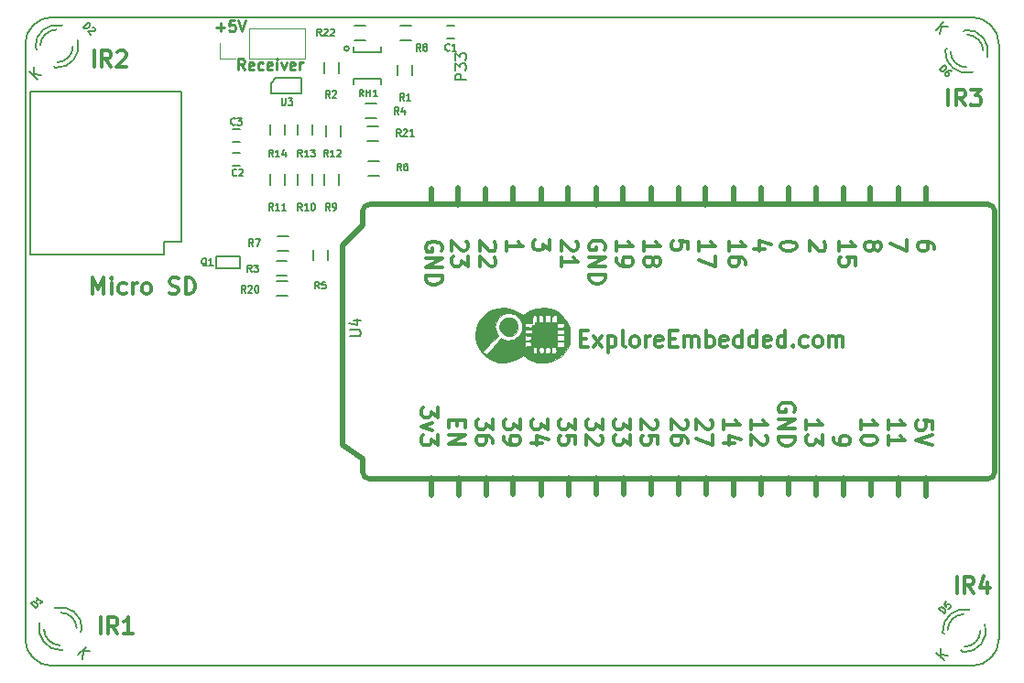
<source format=gbr>
G04 #@! TF.FileFunction,Legend,Top*
%FSLAX46Y46*%
G04 Gerber Fmt 4.6, Leading zero omitted, Abs format (unit mm)*
G04 Created by KiCad (PCBNEW 4.0.4-stable) date 04/27/17 17:41:05*
%MOMM*%
%LPD*%
G01*
G04 APERTURE LIST*
%ADD10C,0.100000*%
%ADD11C,0.300000*%
%ADD12C,0.250000*%
%ADD13C,0.500000*%
%ADD14C,0.200000*%
%ADD15C,0.150000*%
%ADD16C,0.120000*%
%ADD17C,0.002540*%
G04 APERTURE END LIST*
D10*
D11*
X96315143Y-79725057D02*
X96815143Y-79725057D01*
X97029429Y-80510771D02*
X96315143Y-80510771D01*
X96315143Y-79010771D01*
X97029429Y-79010771D01*
X97529429Y-80510771D02*
X98315143Y-79510771D01*
X97529429Y-79510771D02*
X98315143Y-80510771D01*
X98886572Y-79510771D02*
X98886572Y-81010771D01*
X98886572Y-79582200D02*
X99029429Y-79510771D01*
X99315143Y-79510771D01*
X99458000Y-79582200D01*
X99529429Y-79653629D01*
X99600858Y-79796486D01*
X99600858Y-80225057D01*
X99529429Y-80367914D01*
X99458000Y-80439343D01*
X99315143Y-80510771D01*
X99029429Y-80510771D01*
X98886572Y-80439343D01*
X100458001Y-80510771D02*
X100315143Y-80439343D01*
X100243715Y-80296486D01*
X100243715Y-79010771D01*
X101243715Y-80510771D02*
X101100857Y-80439343D01*
X101029429Y-80367914D01*
X100958000Y-80225057D01*
X100958000Y-79796486D01*
X101029429Y-79653629D01*
X101100857Y-79582200D01*
X101243715Y-79510771D01*
X101458000Y-79510771D01*
X101600857Y-79582200D01*
X101672286Y-79653629D01*
X101743715Y-79796486D01*
X101743715Y-80225057D01*
X101672286Y-80367914D01*
X101600857Y-80439343D01*
X101458000Y-80510771D01*
X101243715Y-80510771D01*
X102386572Y-80510771D02*
X102386572Y-79510771D01*
X102386572Y-79796486D02*
X102458000Y-79653629D01*
X102529429Y-79582200D01*
X102672286Y-79510771D01*
X102815143Y-79510771D01*
X103886571Y-80439343D02*
X103743714Y-80510771D01*
X103458000Y-80510771D01*
X103315143Y-80439343D01*
X103243714Y-80296486D01*
X103243714Y-79725057D01*
X103315143Y-79582200D01*
X103458000Y-79510771D01*
X103743714Y-79510771D01*
X103886571Y-79582200D01*
X103958000Y-79725057D01*
X103958000Y-79867914D01*
X103243714Y-80010771D01*
X104600857Y-79725057D02*
X105100857Y-79725057D01*
X105315143Y-80510771D02*
X104600857Y-80510771D01*
X104600857Y-79010771D01*
X105315143Y-79010771D01*
X105958000Y-80510771D02*
X105958000Y-79510771D01*
X105958000Y-79653629D02*
X106029428Y-79582200D01*
X106172286Y-79510771D01*
X106386571Y-79510771D01*
X106529428Y-79582200D01*
X106600857Y-79725057D01*
X106600857Y-80510771D01*
X106600857Y-79725057D02*
X106672286Y-79582200D01*
X106815143Y-79510771D01*
X107029428Y-79510771D01*
X107172286Y-79582200D01*
X107243714Y-79725057D01*
X107243714Y-80510771D01*
X107958000Y-80510771D02*
X107958000Y-79010771D01*
X107958000Y-79582200D02*
X108100857Y-79510771D01*
X108386571Y-79510771D01*
X108529428Y-79582200D01*
X108600857Y-79653629D01*
X108672286Y-79796486D01*
X108672286Y-80225057D01*
X108600857Y-80367914D01*
X108529428Y-80439343D01*
X108386571Y-80510771D01*
X108100857Y-80510771D01*
X107958000Y-80439343D01*
X109886571Y-80439343D02*
X109743714Y-80510771D01*
X109458000Y-80510771D01*
X109315143Y-80439343D01*
X109243714Y-80296486D01*
X109243714Y-79725057D01*
X109315143Y-79582200D01*
X109458000Y-79510771D01*
X109743714Y-79510771D01*
X109886571Y-79582200D01*
X109958000Y-79725057D01*
X109958000Y-79867914D01*
X109243714Y-80010771D01*
X111243714Y-80510771D02*
X111243714Y-79010771D01*
X111243714Y-80439343D02*
X111100857Y-80510771D01*
X110815143Y-80510771D01*
X110672285Y-80439343D01*
X110600857Y-80367914D01*
X110529428Y-80225057D01*
X110529428Y-79796486D01*
X110600857Y-79653629D01*
X110672285Y-79582200D01*
X110815143Y-79510771D01*
X111100857Y-79510771D01*
X111243714Y-79582200D01*
X112600857Y-80510771D02*
X112600857Y-79010771D01*
X112600857Y-80439343D02*
X112458000Y-80510771D01*
X112172286Y-80510771D01*
X112029428Y-80439343D01*
X111958000Y-80367914D01*
X111886571Y-80225057D01*
X111886571Y-79796486D01*
X111958000Y-79653629D01*
X112029428Y-79582200D01*
X112172286Y-79510771D01*
X112458000Y-79510771D01*
X112600857Y-79582200D01*
X113886571Y-80439343D02*
X113743714Y-80510771D01*
X113458000Y-80510771D01*
X113315143Y-80439343D01*
X113243714Y-80296486D01*
X113243714Y-79725057D01*
X113315143Y-79582200D01*
X113458000Y-79510771D01*
X113743714Y-79510771D01*
X113886571Y-79582200D01*
X113958000Y-79725057D01*
X113958000Y-79867914D01*
X113243714Y-80010771D01*
X115243714Y-80510771D02*
X115243714Y-79010771D01*
X115243714Y-80439343D02*
X115100857Y-80510771D01*
X114815143Y-80510771D01*
X114672285Y-80439343D01*
X114600857Y-80367914D01*
X114529428Y-80225057D01*
X114529428Y-79796486D01*
X114600857Y-79653629D01*
X114672285Y-79582200D01*
X114815143Y-79510771D01*
X115100857Y-79510771D01*
X115243714Y-79582200D01*
X115958000Y-80367914D02*
X116029428Y-80439343D01*
X115958000Y-80510771D01*
X115886571Y-80439343D01*
X115958000Y-80367914D01*
X115958000Y-80510771D01*
X117315143Y-80439343D02*
X117172286Y-80510771D01*
X116886572Y-80510771D01*
X116743714Y-80439343D01*
X116672286Y-80367914D01*
X116600857Y-80225057D01*
X116600857Y-79796486D01*
X116672286Y-79653629D01*
X116743714Y-79582200D01*
X116886572Y-79510771D01*
X117172286Y-79510771D01*
X117315143Y-79582200D01*
X118172286Y-80510771D02*
X118029428Y-80439343D01*
X117958000Y-80367914D01*
X117886571Y-80225057D01*
X117886571Y-79796486D01*
X117958000Y-79653629D01*
X118029428Y-79582200D01*
X118172286Y-79510771D01*
X118386571Y-79510771D01*
X118529428Y-79582200D01*
X118600857Y-79653629D01*
X118672286Y-79796486D01*
X118672286Y-80225057D01*
X118600857Y-80367914D01*
X118529428Y-80439343D01*
X118386571Y-80510771D01*
X118172286Y-80510771D01*
X119315143Y-80510771D02*
X119315143Y-79510771D01*
X119315143Y-79653629D02*
X119386571Y-79582200D01*
X119529429Y-79510771D01*
X119743714Y-79510771D01*
X119886571Y-79582200D01*
X119958000Y-79725057D01*
X119958000Y-80510771D01*
X119958000Y-79725057D02*
X120029429Y-79582200D01*
X120172286Y-79510771D01*
X120386571Y-79510771D01*
X120529429Y-79582200D01*
X120600857Y-79725057D01*
X120600857Y-80510771D01*
X83117429Y-86098287D02*
X83117429Y-87026858D01*
X82546000Y-86526858D01*
X82546000Y-86741144D01*
X82474571Y-86884001D01*
X82403143Y-86955430D01*
X82260286Y-87026858D01*
X81903143Y-87026858D01*
X81760286Y-86955430D01*
X81688857Y-86884001D01*
X81617429Y-86741144D01*
X81617429Y-86312572D01*
X81688857Y-86169715D01*
X81760286Y-86098287D01*
X82617429Y-87526858D02*
X81617429Y-87884001D01*
X82617429Y-88241143D01*
X83117429Y-88669715D02*
X83117429Y-89598286D01*
X82546000Y-89098286D01*
X82546000Y-89312572D01*
X82474571Y-89455429D01*
X82403143Y-89526858D01*
X82260286Y-89598286D01*
X81903143Y-89598286D01*
X81760286Y-89526858D01*
X81688857Y-89455429D01*
X81617429Y-89312572D01*
X81617429Y-88884000D01*
X81688857Y-88741143D01*
X81760286Y-88669715D01*
X84943143Y-87284857D02*
X84943143Y-87784857D01*
X84157429Y-87999143D02*
X84157429Y-87284857D01*
X85657429Y-87284857D01*
X85657429Y-87999143D01*
X84157429Y-88642000D02*
X85657429Y-88642000D01*
X84157429Y-89499143D01*
X85657429Y-89499143D01*
X88197429Y-87177715D02*
X88197429Y-88106286D01*
X87626000Y-87606286D01*
X87626000Y-87820572D01*
X87554571Y-87963429D01*
X87483143Y-88034858D01*
X87340286Y-88106286D01*
X86983143Y-88106286D01*
X86840286Y-88034858D01*
X86768857Y-87963429D01*
X86697429Y-87820572D01*
X86697429Y-87392000D01*
X86768857Y-87249143D01*
X86840286Y-87177715D01*
X88197429Y-89392000D02*
X88197429Y-89106286D01*
X88126000Y-88963429D01*
X88054571Y-88892000D01*
X87840286Y-88749143D01*
X87554571Y-88677714D01*
X86983143Y-88677714D01*
X86840286Y-88749143D01*
X86768857Y-88820571D01*
X86697429Y-88963429D01*
X86697429Y-89249143D01*
X86768857Y-89392000D01*
X86840286Y-89463429D01*
X86983143Y-89534857D01*
X87340286Y-89534857D01*
X87483143Y-89463429D01*
X87554571Y-89392000D01*
X87626000Y-89249143D01*
X87626000Y-88963429D01*
X87554571Y-88820571D01*
X87483143Y-88749143D01*
X87340286Y-88677714D01*
X90737429Y-87177715D02*
X90737429Y-88106286D01*
X90166000Y-87606286D01*
X90166000Y-87820572D01*
X90094571Y-87963429D01*
X90023143Y-88034858D01*
X89880286Y-88106286D01*
X89523143Y-88106286D01*
X89380286Y-88034858D01*
X89308857Y-87963429D01*
X89237429Y-87820572D01*
X89237429Y-87392000D01*
X89308857Y-87249143D01*
X89380286Y-87177715D01*
X89237429Y-88820571D02*
X89237429Y-89106286D01*
X89308857Y-89249143D01*
X89380286Y-89320571D01*
X89594571Y-89463429D01*
X89880286Y-89534857D01*
X90451714Y-89534857D01*
X90594571Y-89463429D01*
X90666000Y-89392000D01*
X90737429Y-89249143D01*
X90737429Y-88963429D01*
X90666000Y-88820571D01*
X90594571Y-88749143D01*
X90451714Y-88677714D01*
X90094571Y-88677714D01*
X89951714Y-88749143D01*
X89880286Y-88820571D01*
X89808857Y-88963429D01*
X89808857Y-89249143D01*
X89880286Y-89392000D01*
X89951714Y-89463429D01*
X90094571Y-89534857D01*
X93277429Y-87177715D02*
X93277429Y-88106286D01*
X92706000Y-87606286D01*
X92706000Y-87820572D01*
X92634571Y-87963429D01*
X92563143Y-88034858D01*
X92420286Y-88106286D01*
X92063143Y-88106286D01*
X91920286Y-88034858D01*
X91848857Y-87963429D01*
X91777429Y-87820572D01*
X91777429Y-87392000D01*
X91848857Y-87249143D01*
X91920286Y-87177715D01*
X92777429Y-89392000D02*
X91777429Y-89392000D01*
X93348857Y-89034857D02*
X92277429Y-88677714D01*
X92277429Y-89606286D01*
X95817429Y-87177715D02*
X95817429Y-88106286D01*
X95246000Y-87606286D01*
X95246000Y-87820572D01*
X95174571Y-87963429D01*
X95103143Y-88034858D01*
X94960286Y-88106286D01*
X94603143Y-88106286D01*
X94460286Y-88034858D01*
X94388857Y-87963429D01*
X94317429Y-87820572D01*
X94317429Y-87392000D01*
X94388857Y-87249143D01*
X94460286Y-87177715D01*
X95817429Y-89463429D02*
X95817429Y-88749143D01*
X95103143Y-88677714D01*
X95174571Y-88749143D01*
X95246000Y-88892000D01*
X95246000Y-89249143D01*
X95174571Y-89392000D01*
X95103143Y-89463429D01*
X94960286Y-89534857D01*
X94603143Y-89534857D01*
X94460286Y-89463429D01*
X94388857Y-89392000D01*
X94317429Y-89249143D01*
X94317429Y-88892000D01*
X94388857Y-88749143D01*
X94460286Y-88677714D01*
X98357429Y-87177715D02*
X98357429Y-88106286D01*
X97786000Y-87606286D01*
X97786000Y-87820572D01*
X97714571Y-87963429D01*
X97643143Y-88034858D01*
X97500286Y-88106286D01*
X97143143Y-88106286D01*
X97000286Y-88034858D01*
X96928857Y-87963429D01*
X96857429Y-87820572D01*
X96857429Y-87392000D01*
X96928857Y-87249143D01*
X97000286Y-87177715D01*
X98214571Y-88677714D02*
X98286000Y-88749143D01*
X98357429Y-88892000D01*
X98357429Y-89249143D01*
X98286000Y-89392000D01*
X98214571Y-89463429D01*
X98071714Y-89534857D01*
X97928857Y-89534857D01*
X97714571Y-89463429D01*
X96857429Y-88606286D01*
X96857429Y-89534857D01*
X100897429Y-87177715D02*
X100897429Y-88106286D01*
X100326000Y-87606286D01*
X100326000Y-87820572D01*
X100254571Y-87963429D01*
X100183143Y-88034858D01*
X100040286Y-88106286D01*
X99683143Y-88106286D01*
X99540286Y-88034858D01*
X99468857Y-87963429D01*
X99397429Y-87820572D01*
X99397429Y-87392000D01*
X99468857Y-87249143D01*
X99540286Y-87177715D01*
X100897429Y-88606286D02*
X100897429Y-89534857D01*
X100326000Y-89034857D01*
X100326000Y-89249143D01*
X100254571Y-89392000D01*
X100183143Y-89463429D01*
X100040286Y-89534857D01*
X99683143Y-89534857D01*
X99540286Y-89463429D01*
X99468857Y-89392000D01*
X99397429Y-89249143D01*
X99397429Y-88820571D01*
X99468857Y-88677714D01*
X99540286Y-88606286D01*
X103294571Y-87249143D02*
X103366000Y-87320572D01*
X103437429Y-87463429D01*
X103437429Y-87820572D01*
X103366000Y-87963429D01*
X103294571Y-88034858D01*
X103151714Y-88106286D01*
X103008857Y-88106286D01*
X102794571Y-88034858D01*
X101937429Y-87177715D01*
X101937429Y-88106286D01*
X103437429Y-89463429D02*
X103437429Y-88749143D01*
X102723143Y-88677714D01*
X102794571Y-88749143D01*
X102866000Y-88892000D01*
X102866000Y-89249143D01*
X102794571Y-89392000D01*
X102723143Y-89463429D01*
X102580286Y-89534857D01*
X102223143Y-89534857D01*
X102080286Y-89463429D01*
X102008857Y-89392000D01*
X101937429Y-89249143D01*
X101937429Y-88892000D01*
X102008857Y-88749143D01*
X102080286Y-88677714D01*
X106088571Y-87249143D02*
X106160000Y-87320572D01*
X106231429Y-87463429D01*
X106231429Y-87820572D01*
X106160000Y-87963429D01*
X106088571Y-88034858D01*
X105945714Y-88106286D01*
X105802857Y-88106286D01*
X105588571Y-88034858D01*
X104731429Y-87177715D01*
X104731429Y-88106286D01*
X106231429Y-89392000D02*
X106231429Y-89106286D01*
X106160000Y-88963429D01*
X106088571Y-88892000D01*
X105874286Y-88749143D01*
X105588571Y-88677714D01*
X105017143Y-88677714D01*
X104874286Y-88749143D01*
X104802857Y-88820571D01*
X104731429Y-88963429D01*
X104731429Y-89249143D01*
X104802857Y-89392000D01*
X104874286Y-89463429D01*
X105017143Y-89534857D01*
X105374286Y-89534857D01*
X105517143Y-89463429D01*
X105588571Y-89392000D01*
X105660000Y-89249143D01*
X105660000Y-88963429D01*
X105588571Y-88820571D01*
X105517143Y-88749143D01*
X105374286Y-88677714D01*
X108374571Y-87249143D02*
X108446000Y-87320572D01*
X108517429Y-87463429D01*
X108517429Y-87820572D01*
X108446000Y-87963429D01*
X108374571Y-88034858D01*
X108231714Y-88106286D01*
X108088857Y-88106286D01*
X107874571Y-88034858D01*
X107017429Y-87177715D01*
X107017429Y-88106286D01*
X108517429Y-88606286D02*
X108517429Y-89606286D01*
X107017429Y-88963429D01*
X109557429Y-88106286D02*
X109557429Y-87249143D01*
X109557429Y-87677715D02*
X111057429Y-87677715D01*
X110843143Y-87534858D01*
X110700286Y-87392000D01*
X110628857Y-87249143D01*
X110557429Y-89392000D02*
X109557429Y-89392000D01*
X111128857Y-89034857D02*
X110057429Y-88677714D01*
X110057429Y-89606286D01*
X112097429Y-88106286D02*
X112097429Y-87249143D01*
X112097429Y-87677715D02*
X113597429Y-87677715D01*
X113383143Y-87534858D01*
X113240286Y-87392000D01*
X113168857Y-87249143D01*
X113454571Y-88677714D02*
X113526000Y-88749143D01*
X113597429Y-88892000D01*
X113597429Y-89249143D01*
X113526000Y-89392000D01*
X113454571Y-89463429D01*
X113311714Y-89534857D01*
X113168857Y-89534857D01*
X112954571Y-89463429D01*
X112097429Y-88606286D01*
X112097429Y-89534857D01*
X116066000Y-86487143D02*
X116137429Y-86344286D01*
X116137429Y-86130000D01*
X116066000Y-85915715D01*
X115923143Y-85772857D01*
X115780286Y-85701429D01*
X115494571Y-85630000D01*
X115280286Y-85630000D01*
X114994571Y-85701429D01*
X114851714Y-85772857D01*
X114708857Y-85915715D01*
X114637429Y-86130000D01*
X114637429Y-86272857D01*
X114708857Y-86487143D01*
X114780286Y-86558572D01*
X115280286Y-86558572D01*
X115280286Y-86272857D01*
X114637429Y-87201429D02*
X116137429Y-87201429D01*
X114637429Y-88058572D01*
X116137429Y-88058572D01*
X114637429Y-88772858D02*
X116137429Y-88772858D01*
X116137429Y-89130001D01*
X116066000Y-89344286D01*
X115923143Y-89487144D01*
X115780286Y-89558572D01*
X115494571Y-89630001D01*
X115280286Y-89630001D01*
X114994571Y-89558572D01*
X114851714Y-89487144D01*
X114708857Y-89344286D01*
X114637429Y-89130001D01*
X114637429Y-88772858D01*
X117177429Y-88106286D02*
X117177429Y-87249143D01*
X117177429Y-87677715D02*
X118677429Y-87677715D01*
X118463143Y-87534858D01*
X118320286Y-87392000D01*
X118248857Y-87249143D01*
X118677429Y-88606286D02*
X118677429Y-89534857D01*
X118106000Y-89034857D01*
X118106000Y-89249143D01*
X118034571Y-89392000D01*
X117963143Y-89463429D01*
X117820286Y-89534857D01*
X117463143Y-89534857D01*
X117320286Y-89463429D01*
X117248857Y-89392000D01*
X117177429Y-89249143D01*
X117177429Y-88820571D01*
X117248857Y-88677714D01*
X117320286Y-88606286D01*
X119717429Y-88868286D02*
X119717429Y-89154001D01*
X119788857Y-89296858D01*
X119860286Y-89368286D01*
X120074571Y-89511144D01*
X120360286Y-89582572D01*
X120931714Y-89582572D01*
X121074571Y-89511144D01*
X121146000Y-89439715D01*
X121217429Y-89296858D01*
X121217429Y-89011144D01*
X121146000Y-88868286D01*
X121074571Y-88796858D01*
X120931714Y-88725429D01*
X120574571Y-88725429D01*
X120431714Y-88796858D01*
X120360286Y-88868286D01*
X120288857Y-89011144D01*
X120288857Y-89296858D01*
X120360286Y-89439715D01*
X120431714Y-89511144D01*
X120574571Y-89582572D01*
X122257429Y-88106286D02*
X122257429Y-87249143D01*
X122257429Y-87677715D02*
X123757429Y-87677715D01*
X123543143Y-87534858D01*
X123400286Y-87392000D01*
X123328857Y-87249143D01*
X123757429Y-89034857D02*
X123757429Y-89177714D01*
X123686000Y-89320571D01*
X123614571Y-89392000D01*
X123471714Y-89463429D01*
X123186000Y-89534857D01*
X122828857Y-89534857D01*
X122543143Y-89463429D01*
X122400286Y-89392000D01*
X122328857Y-89320571D01*
X122257429Y-89177714D01*
X122257429Y-89034857D01*
X122328857Y-88892000D01*
X122400286Y-88820571D01*
X122543143Y-88749143D01*
X122828857Y-88677714D01*
X123186000Y-88677714D01*
X123471714Y-88749143D01*
X123614571Y-88820571D01*
X123686000Y-88892000D01*
X123757429Y-89034857D01*
X124797429Y-88106286D02*
X124797429Y-87249143D01*
X124797429Y-87677715D02*
X126297429Y-87677715D01*
X126083143Y-87534858D01*
X125940286Y-87392000D01*
X125868857Y-87249143D01*
X124797429Y-89534857D02*
X124797429Y-88677714D01*
X124797429Y-89106286D02*
X126297429Y-89106286D01*
X126083143Y-88963429D01*
X125940286Y-88820571D01*
X125868857Y-88677714D01*
X128837429Y-88106287D02*
X128837429Y-87392001D01*
X128123143Y-87320572D01*
X128194571Y-87392001D01*
X128266000Y-87534858D01*
X128266000Y-87892001D01*
X128194571Y-88034858D01*
X128123143Y-88106287D01*
X127980286Y-88177715D01*
X127623143Y-88177715D01*
X127480286Y-88106287D01*
X127408857Y-88034858D01*
X127337429Y-87892001D01*
X127337429Y-87534858D01*
X127408857Y-87392001D01*
X127480286Y-87320572D01*
X128837429Y-88606286D02*
X127337429Y-89106286D01*
X128837429Y-89606286D01*
X83452400Y-71602743D02*
X83523829Y-71459886D01*
X83523829Y-71245600D01*
X83452400Y-71031315D01*
X83309543Y-70888457D01*
X83166686Y-70817029D01*
X82880971Y-70745600D01*
X82666686Y-70745600D01*
X82380971Y-70817029D01*
X82238114Y-70888457D01*
X82095257Y-71031315D01*
X82023829Y-71245600D01*
X82023829Y-71388457D01*
X82095257Y-71602743D01*
X82166686Y-71674172D01*
X82666686Y-71674172D01*
X82666686Y-71388457D01*
X82023829Y-72317029D02*
X83523829Y-72317029D01*
X82023829Y-73174172D01*
X83523829Y-73174172D01*
X82023829Y-73888458D02*
X83523829Y-73888458D01*
X83523829Y-74245601D01*
X83452400Y-74459886D01*
X83309543Y-74602744D01*
X83166686Y-74674172D01*
X82880971Y-74745601D01*
X82666686Y-74745601D01*
X82380971Y-74674172D01*
X82238114Y-74602744D01*
X82095257Y-74459886D01*
X82023829Y-74245601D01*
X82023829Y-73888458D01*
X85768571Y-70739143D02*
X85840000Y-70810572D01*
X85911429Y-70953429D01*
X85911429Y-71310572D01*
X85840000Y-71453429D01*
X85768571Y-71524858D01*
X85625714Y-71596286D01*
X85482857Y-71596286D01*
X85268571Y-71524858D01*
X84411429Y-70667715D01*
X84411429Y-71596286D01*
X85911429Y-72096286D02*
X85911429Y-73024857D01*
X85340000Y-72524857D01*
X85340000Y-72739143D01*
X85268571Y-72882000D01*
X85197143Y-72953429D01*
X85054286Y-73024857D01*
X84697143Y-73024857D01*
X84554286Y-72953429D01*
X84482857Y-72882000D01*
X84411429Y-72739143D01*
X84411429Y-72310571D01*
X84482857Y-72167714D01*
X84554286Y-72096286D01*
X88359371Y-70789943D02*
X88430800Y-70861372D01*
X88502229Y-71004229D01*
X88502229Y-71361372D01*
X88430800Y-71504229D01*
X88359371Y-71575658D01*
X88216514Y-71647086D01*
X88073657Y-71647086D01*
X87859371Y-71575658D01*
X87002229Y-70718515D01*
X87002229Y-71647086D01*
X88359371Y-72218514D02*
X88430800Y-72289943D01*
X88502229Y-72432800D01*
X88502229Y-72789943D01*
X88430800Y-72932800D01*
X88359371Y-73004229D01*
X88216514Y-73075657D01*
X88073657Y-73075657D01*
X87859371Y-73004229D01*
X87002229Y-72147086D01*
X87002229Y-73075657D01*
X89491429Y-71650172D02*
X89491429Y-70793029D01*
X89491429Y-71221601D02*
X90991429Y-71221601D01*
X90777143Y-71078744D01*
X90634286Y-70935886D01*
X90562857Y-70793029D01*
X93480629Y-70620001D02*
X93480629Y-71548572D01*
X92909200Y-71048572D01*
X92909200Y-71262858D01*
X92837771Y-71405715D01*
X92766343Y-71477144D01*
X92623486Y-71548572D01*
X92266343Y-71548572D01*
X92123486Y-71477144D01*
X92052057Y-71405715D01*
X91980629Y-71262858D01*
X91980629Y-70834286D01*
X92052057Y-70691429D01*
X92123486Y-70620001D01*
X95928571Y-70739143D02*
X96000000Y-70810572D01*
X96071429Y-70953429D01*
X96071429Y-71310572D01*
X96000000Y-71453429D01*
X95928571Y-71524858D01*
X95785714Y-71596286D01*
X95642857Y-71596286D01*
X95428571Y-71524858D01*
X94571429Y-70667715D01*
X94571429Y-71596286D01*
X94571429Y-73024857D02*
X94571429Y-72167714D01*
X94571429Y-72596286D02*
X96071429Y-72596286D01*
X95857143Y-72453429D01*
X95714286Y-72310571D01*
X95642857Y-72167714D01*
X98540000Y-71501143D02*
X98611429Y-71358286D01*
X98611429Y-71144000D01*
X98540000Y-70929715D01*
X98397143Y-70786857D01*
X98254286Y-70715429D01*
X97968571Y-70644000D01*
X97754286Y-70644000D01*
X97468571Y-70715429D01*
X97325714Y-70786857D01*
X97182857Y-70929715D01*
X97111429Y-71144000D01*
X97111429Y-71286857D01*
X97182857Y-71501143D01*
X97254286Y-71572572D01*
X97754286Y-71572572D01*
X97754286Y-71286857D01*
X97111429Y-72215429D02*
X98611429Y-72215429D01*
X97111429Y-73072572D01*
X98611429Y-73072572D01*
X97111429Y-73786858D02*
X98611429Y-73786858D01*
X98611429Y-74144001D01*
X98540000Y-74358286D01*
X98397143Y-74501144D01*
X98254286Y-74572572D01*
X97968571Y-74644001D01*
X97754286Y-74644001D01*
X97468571Y-74572572D01*
X97325714Y-74501144D01*
X97182857Y-74358286D01*
X97111429Y-74144001D01*
X97111429Y-73786858D01*
X99651429Y-71596286D02*
X99651429Y-70739143D01*
X99651429Y-71167715D02*
X101151429Y-71167715D01*
X100937143Y-71024858D01*
X100794286Y-70882000D01*
X100722857Y-70739143D01*
X99651429Y-72310571D02*
X99651429Y-72596286D01*
X99722857Y-72739143D01*
X99794286Y-72810571D01*
X100008571Y-72953429D01*
X100294286Y-73024857D01*
X100865714Y-73024857D01*
X101008571Y-72953429D01*
X101080000Y-72882000D01*
X101151429Y-72739143D01*
X101151429Y-72453429D01*
X101080000Y-72310571D01*
X101008571Y-72239143D01*
X100865714Y-72167714D01*
X100508571Y-72167714D01*
X100365714Y-72239143D01*
X100294286Y-72310571D01*
X100222857Y-72453429D01*
X100222857Y-72739143D01*
X100294286Y-72882000D01*
X100365714Y-72953429D01*
X100508571Y-73024857D01*
X102191429Y-71596286D02*
X102191429Y-70739143D01*
X102191429Y-71167715D02*
X103691429Y-71167715D01*
X103477143Y-71024858D01*
X103334286Y-70882000D01*
X103262857Y-70739143D01*
X103048571Y-72453429D02*
X103120000Y-72310571D01*
X103191429Y-72239143D01*
X103334286Y-72167714D01*
X103405714Y-72167714D01*
X103548571Y-72239143D01*
X103620000Y-72310571D01*
X103691429Y-72453429D01*
X103691429Y-72739143D01*
X103620000Y-72882000D01*
X103548571Y-72953429D01*
X103405714Y-73024857D01*
X103334286Y-73024857D01*
X103191429Y-72953429D01*
X103120000Y-72882000D01*
X103048571Y-72739143D01*
X103048571Y-72453429D01*
X102977143Y-72310571D01*
X102905714Y-72239143D01*
X102762857Y-72167714D01*
X102477143Y-72167714D01*
X102334286Y-72239143D01*
X102262857Y-72310571D01*
X102191429Y-72453429D01*
X102191429Y-72739143D01*
X102262857Y-72882000D01*
X102334286Y-72953429D01*
X102477143Y-73024857D01*
X102762857Y-73024857D01*
X102905714Y-72953429D01*
X102977143Y-72882000D01*
X103048571Y-72739143D01*
X106231429Y-71477144D02*
X106231429Y-70762858D01*
X105517143Y-70691429D01*
X105588571Y-70762858D01*
X105660000Y-70905715D01*
X105660000Y-71262858D01*
X105588571Y-71405715D01*
X105517143Y-71477144D01*
X105374286Y-71548572D01*
X105017143Y-71548572D01*
X104874286Y-71477144D01*
X104802857Y-71405715D01*
X104731429Y-71262858D01*
X104731429Y-70905715D01*
X104802857Y-70762858D01*
X104874286Y-70691429D01*
X107271429Y-71596286D02*
X107271429Y-70739143D01*
X107271429Y-71167715D02*
X108771429Y-71167715D01*
X108557143Y-71024858D01*
X108414286Y-70882000D01*
X108342857Y-70739143D01*
X108771429Y-72096286D02*
X108771429Y-73096286D01*
X107271429Y-72453429D01*
X110065429Y-71596286D02*
X110065429Y-70739143D01*
X110065429Y-71167715D02*
X111565429Y-71167715D01*
X111351143Y-71024858D01*
X111208286Y-70882000D01*
X111136857Y-70739143D01*
X111565429Y-72882000D02*
X111565429Y-72596286D01*
X111494000Y-72453429D01*
X111422571Y-72382000D01*
X111208286Y-72239143D01*
X110922571Y-72167714D01*
X110351143Y-72167714D01*
X110208286Y-72239143D01*
X110136857Y-72310571D01*
X110065429Y-72453429D01*
X110065429Y-72739143D01*
X110136857Y-72882000D01*
X110208286Y-72953429D01*
X110351143Y-73024857D01*
X110708286Y-73024857D01*
X110851143Y-72953429D01*
X110922571Y-72882000D01*
X110994000Y-72739143D01*
X110994000Y-72453429D01*
X110922571Y-72310571D01*
X110851143Y-72239143D01*
X110708286Y-72167714D01*
X113351429Y-71405715D02*
X112351429Y-71405715D01*
X113922857Y-71048572D02*
X112851429Y-70691429D01*
X112851429Y-71620001D01*
X114799371Y-71242228D02*
X114799371Y-71099371D01*
X114870800Y-70956514D01*
X114942229Y-70885085D01*
X115085086Y-70813656D01*
X115370800Y-70742228D01*
X115727943Y-70742228D01*
X116013657Y-70813656D01*
X116156514Y-70885085D01*
X116227943Y-70956514D01*
X116299371Y-71099371D01*
X116299371Y-71242228D01*
X116227943Y-71385085D01*
X116156514Y-71456514D01*
X116013657Y-71527942D01*
X115727943Y-71599371D01*
X115370800Y-71599371D01*
X115085086Y-71527942D01*
X114942229Y-71456514D01*
X114870800Y-71385085D01*
X114799371Y-71242228D01*
X118839371Y-70793029D02*
X118910800Y-70864458D01*
X118982229Y-71007315D01*
X118982229Y-71364458D01*
X118910800Y-71507315D01*
X118839371Y-71578744D01*
X118696514Y-71650172D01*
X118553657Y-71650172D01*
X118339371Y-71578744D01*
X117482229Y-70721601D01*
X117482229Y-71650172D01*
X120225429Y-71596286D02*
X120225429Y-70739143D01*
X120225429Y-71167715D02*
X121725429Y-71167715D01*
X121511143Y-71024858D01*
X121368286Y-70882000D01*
X121296857Y-70739143D01*
X121725429Y-72953429D02*
X121725429Y-72239143D01*
X121011143Y-72167714D01*
X121082571Y-72239143D01*
X121154000Y-72382000D01*
X121154000Y-72739143D01*
X121082571Y-72882000D01*
X121011143Y-72953429D01*
X120868286Y-73024857D01*
X120511143Y-73024857D01*
X120368286Y-72953429D01*
X120296857Y-72882000D01*
X120225429Y-72739143D01*
X120225429Y-72382000D01*
X120296857Y-72239143D01*
X120368286Y-72167714D01*
X123470171Y-71027944D02*
X123541600Y-70885086D01*
X123613029Y-70813658D01*
X123755886Y-70742229D01*
X123827314Y-70742229D01*
X123970171Y-70813658D01*
X124041600Y-70885086D01*
X124113029Y-71027944D01*
X124113029Y-71313658D01*
X124041600Y-71456515D01*
X123970171Y-71527944D01*
X123827314Y-71599372D01*
X123755886Y-71599372D01*
X123613029Y-71527944D01*
X123541600Y-71456515D01*
X123470171Y-71313658D01*
X123470171Y-71027944D01*
X123398743Y-70885086D01*
X123327314Y-70813658D01*
X123184457Y-70742229D01*
X122898743Y-70742229D01*
X122755886Y-70813658D01*
X122684457Y-70885086D01*
X122613029Y-71027944D01*
X122613029Y-71313658D01*
X122684457Y-71456515D01*
X122755886Y-71527944D01*
X122898743Y-71599372D01*
X123184457Y-71599372D01*
X123327314Y-71527944D01*
X123398743Y-71456515D01*
X123470171Y-71313658D01*
X126500629Y-70620001D02*
X126500629Y-71620001D01*
X125000629Y-70977144D01*
X129040629Y-71456515D02*
X129040629Y-71170801D01*
X128969200Y-71027944D01*
X128897771Y-70956515D01*
X128683486Y-70813658D01*
X128397771Y-70742229D01*
X127826343Y-70742229D01*
X127683486Y-70813658D01*
X127612057Y-70885086D01*
X127540629Y-71027944D01*
X127540629Y-71313658D01*
X127612057Y-71456515D01*
X127683486Y-71527944D01*
X127826343Y-71599372D01*
X128183486Y-71599372D01*
X128326343Y-71527944D01*
X128397771Y-71456515D01*
X128469200Y-71313658D01*
X128469200Y-71027944D01*
X128397771Y-70885086D01*
X128326343Y-70813658D01*
X128183486Y-70742229D01*
X51252229Y-75608571D02*
X51252229Y-74108571D01*
X51752229Y-75180000D01*
X52252229Y-74108571D01*
X52252229Y-75608571D01*
X52966515Y-75608571D02*
X52966515Y-74608571D01*
X52966515Y-74108571D02*
X52895086Y-74180000D01*
X52966515Y-74251429D01*
X53037943Y-74180000D01*
X52966515Y-74108571D01*
X52966515Y-74251429D01*
X54323658Y-75537143D02*
X54180801Y-75608571D01*
X53895087Y-75608571D01*
X53752229Y-75537143D01*
X53680801Y-75465714D01*
X53609372Y-75322857D01*
X53609372Y-74894286D01*
X53680801Y-74751429D01*
X53752229Y-74680000D01*
X53895087Y-74608571D01*
X54180801Y-74608571D01*
X54323658Y-74680000D01*
X54966515Y-75608571D02*
X54966515Y-74608571D01*
X54966515Y-74894286D02*
X55037943Y-74751429D01*
X55109372Y-74680000D01*
X55252229Y-74608571D01*
X55395086Y-74608571D01*
X56109372Y-75608571D02*
X55966514Y-75537143D01*
X55895086Y-75465714D01*
X55823657Y-75322857D01*
X55823657Y-74894286D01*
X55895086Y-74751429D01*
X55966514Y-74680000D01*
X56109372Y-74608571D01*
X56323657Y-74608571D01*
X56466514Y-74680000D01*
X56537943Y-74751429D01*
X56609372Y-74894286D01*
X56609372Y-75322857D01*
X56537943Y-75465714D01*
X56466514Y-75537143D01*
X56323657Y-75608571D01*
X56109372Y-75608571D01*
X58323657Y-75537143D02*
X58537943Y-75608571D01*
X58895086Y-75608571D01*
X59037943Y-75537143D01*
X59109372Y-75465714D01*
X59180800Y-75322857D01*
X59180800Y-75180000D01*
X59109372Y-75037143D01*
X59037943Y-74965714D01*
X58895086Y-74894286D01*
X58609372Y-74822857D01*
X58466514Y-74751429D01*
X58395086Y-74680000D01*
X58323657Y-74537143D01*
X58323657Y-74394286D01*
X58395086Y-74251429D01*
X58466514Y-74180000D01*
X58609372Y-74108571D01*
X58966514Y-74108571D01*
X59180800Y-74180000D01*
X59823657Y-75608571D02*
X59823657Y-74108571D01*
X60180800Y-74108571D01*
X60395085Y-74180000D01*
X60537943Y-74322857D01*
X60609371Y-74465714D01*
X60680800Y-74751429D01*
X60680800Y-74965714D01*
X60609371Y-75251429D01*
X60537943Y-75394286D01*
X60395085Y-75537143D01*
X60180800Y-75608571D01*
X59823657Y-75608571D01*
X131123715Y-103243771D02*
X131123715Y-101743771D01*
X132695144Y-103243771D02*
X132195144Y-102529486D01*
X131838001Y-103243771D02*
X131838001Y-101743771D01*
X132409429Y-101743771D01*
X132552287Y-101815200D01*
X132623715Y-101886629D01*
X132695144Y-102029486D01*
X132695144Y-102243771D01*
X132623715Y-102386629D01*
X132552287Y-102458057D01*
X132409429Y-102529486D01*
X131838001Y-102529486D01*
X133980858Y-102243771D02*
X133980858Y-103243771D01*
X133623715Y-101672343D02*
X133266572Y-102743771D01*
X134195144Y-102743771D01*
X130310915Y-58184171D02*
X130310915Y-56684171D01*
X131882344Y-58184171D02*
X131382344Y-57469886D01*
X131025201Y-58184171D02*
X131025201Y-56684171D01*
X131596629Y-56684171D01*
X131739487Y-56755600D01*
X131810915Y-56827029D01*
X131882344Y-56969886D01*
X131882344Y-57184171D01*
X131810915Y-57327029D01*
X131739487Y-57398457D01*
X131596629Y-57469886D01*
X131025201Y-57469886D01*
X132382344Y-56684171D02*
X133310915Y-56684171D01*
X132810915Y-57255600D01*
X133025201Y-57255600D01*
X133168058Y-57327029D01*
X133239487Y-57398457D01*
X133310915Y-57541314D01*
X133310915Y-57898457D01*
X133239487Y-58041314D01*
X133168058Y-58112743D01*
X133025201Y-58184171D01*
X132596629Y-58184171D01*
X132453772Y-58112743D01*
X132382344Y-58041314D01*
X51367715Y-54577371D02*
X51367715Y-53077371D01*
X52939144Y-54577371D02*
X52439144Y-53863086D01*
X52082001Y-54577371D02*
X52082001Y-53077371D01*
X52653429Y-53077371D01*
X52796287Y-53148800D01*
X52867715Y-53220229D01*
X52939144Y-53363086D01*
X52939144Y-53577371D01*
X52867715Y-53720229D01*
X52796287Y-53791657D01*
X52653429Y-53863086D01*
X52082001Y-53863086D01*
X53510572Y-53220229D02*
X53582001Y-53148800D01*
X53724858Y-53077371D01*
X54082001Y-53077371D01*
X54224858Y-53148800D01*
X54296287Y-53220229D01*
X54367715Y-53363086D01*
X54367715Y-53505943D01*
X54296287Y-53720229D01*
X53439144Y-54577371D01*
X54367715Y-54577371D01*
X51977315Y-107002971D02*
X51977315Y-105502971D01*
X53548744Y-107002971D02*
X53048744Y-106288686D01*
X52691601Y-107002971D02*
X52691601Y-105502971D01*
X53263029Y-105502971D01*
X53405887Y-105574400D01*
X53477315Y-105645829D01*
X53548744Y-105788686D01*
X53548744Y-106002971D01*
X53477315Y-106145829D01*
X53405887Y-106217257D01*
X53263029Y-106288686D01*
X52691601Y-106288686D01*
X54977315Y-107002971D02*
X54120172Y-107002971D01*
X54548744Y-107002971D02*
X54548744Y-105502971D01*
X54405887Y-105717257D01*
X54263029Y-105860114D01*
X54120172Y-105931543D01*
D12*
X62671486Y-50922229D02*
X63433391Y-50922229D01*
X63052439Y-51303181D02*
X63052439Y-50541276D01*
X64385772Y-50303181D02*
X63909581Y-50303181D01*
X63861962Y-50779371D01*
X63909581Y-50731752D01*
X64004819Y-50684133D01*
X64242915Y-50684133D01*
X64338153Y-50731752D01*
X64385772Y-50779371D01*
X64433391Y-50874610D01*
X64433391Y-51112705D01*
X64385772Y-51207943D01*
X64338153Y-51255562D01*
X64242915Y-51303181D01*
X64004819Y-51303181D01*
X63909581Y-51255562D01*
X63861962Y-51207943D01*
X64719105Y-50303181D02*
X65052438Y-51303181D01*
X65385772Y-50303181D01*
X65281467Y-54859181D02*
X64948133Y-54382990D01*
X64710038Y-54859181D02*
X64710038Y-53859181D01*
X65090991Y-53859181D01*
X65186229Y-53906800D01*
X65233848Y-53954419D01*
X65281467Y-54049657D01*
X65281467Y-54192514D01*
X65233848Y-54287752D01*
X65186229Y-54335371D01*
X65090991Y-54382990D01*
X64710038Y-54382990D01*
X66090991Y-54811562D02*
X65995753Y-54859181D01*
X65805276Y-54859181D01*
X65710038Y-54811562D01*
X65662419Y-54716324D01*
X65662419Y-54335371D01*
X65710038Y-54240133D01*
X65805276Y-54192514D01*
X65995753Y-54192514D01*
X66090991Y-54240133D01*
X66138610Y-54335371D01*
X66138610Y-54430610D01*
X65662419Y-54525848D01*
X66995753Y-54811562D02*
X66900515Y-54859181D01*
X66710038Y-54859181D01*
X66614800Y-54811562D01*
X66567181Y-54763943D01*
X66519562Y-54668705D01*
X66519562Y-54382990D01*
X66567181Y-54287752D01*
X66614800Y-54240133D01*
X66710038Y-54192514D01*
X66900515Y-54192514D01*
X66995753Y-54240133D01*
X67805277Y-54811562D02*
X67710039Y-54859181D01*
X67519562Y-54859181D01*
X67424324Y-54811562D01*
X67376705Y-54716324D01*
X67376705Y-54335371D01*
X67424324Y-54240133D01*
X67519562Y-54192514D01*
X67710039Y-54192514D01*
X67805277Y-54240133D01*
X67852896Y-54335371D01*
X67852896Y-54430610D01*
X67376705Y-54525848D01*
X68281467Y-54859181D02*
X68281467Y-54192514D01*
X68281467Y-53859181D02*
X68233848Y-53906800D01*
X68281467Y-53954419D01*
X68329086Y-53906800D01*
X68281467Y-53859181D01*
X68281467Y-53954419D01*
X68662419Y-54192514D02*
X68900514Y-54859181D01*
X69138610Y-54192514D01*
X69900515Y-54811562D02*
X69805277Y-54859181D01*
X69614800Y-54859181D01*
X69519562Y-54811562D01*
X69471943Y-54716324D01*
X69471943Y-54335371D01*
X69519562Y-54240133D01*
X69614800Y-54192514D01*
X69805277Y-54192514D01*
X69900515Y-54240133D01*
X69948134Y-54335371D01*
X69948134Y-54430610D01*
X69471943Y-54525848D01*
X70376705Y-54859181D02*
X70376705Y-54192514D01*
X70376705Y-54382990D02*
X70424324Y-54287752D01*
X70471943Y-54240133D01*
X70567181Y-54192514D01*
X70662420Y-54192514D01*
D13*
X128270000Y-92608400D02*
X128270000Y-94284800D01*
X125730000Y-92608400D02*
X125730000Y-94183200D01*
X123190000Y-92659200D02*
X123190000Y-94183200D01*
X120650000Y-92608400D02*
X120650000Y-94183200D01*
X118110000Y-92608400D02*
X118110000Y-94183200D01*
X115570000Y-92608400D02*
X115570000Y-94132400D01*
X113030000Y-92608400D02*
X113030000Y-94132400D01*
D14*
X110490000Y-94183200D02*
X110540800Y-94183200D01*
D13*
X110490000Y-92659200D02*
X110490000Y-94183200D01*
X107950000Y-92608400D02*
X107950000Y-94132400D01*
X105410000Y-92608400D02*
X105410000Y-94132400D01*
X102870000Y-92608400D02*
X102870000Y-94132400D01*
X100330000Y-92608400D02*
X100330000Y-94132400D01*
X97790000Y-92608400D02*
X97790000Y-94132400D01*
X95250000Y-92608400D02*
X95250000Y-94183200D01*
X92710000Y-92659200D02*
X92710000Y-94183200D01*
D14*
X90119200Y-94132400D02*
X90170000Y-94132400D01*
D13*
X90119200Y-92608400D02*
X90119200Y-94132400D01*
D14*
X87630000Y-94183200D02*
X87579200Y-94183200D01*
D13*
X87630000Y-92608400D02*
X87630000Y-94183200D01*
X85090000Y-92608400D02*
X85090000Y-94183200D01*
X82550000Y-92608400D02*
X82550000Y-94183200D01*
X128270000Y-65735200D02*
X128270000Y-67310000D01*
D14*
X125730000Y-67310000D02*
X125679200Y-67310000D01*
D13*
X125730000Y-65786000D02*
X125730000Y-67310000D01*
X123139200Y-65786000D02*
X123139200Y-67310000D01*
X120650000Y-65786000D02*
X120650000Y-67310000D01*
D14*
X118110000Y-67310000D02*
X118059200Y-67310000D01*
D13*
X118110000Y-65786000D02*
X118110000Y-67310000D01*
X115570000Y-65786000D02*
X115570000Y-67310000D01*
D14*
X113030000Y-67310000D02*
X112979200Y-67310000D01*
D13*
X113030000Y-65786000D02*
X113030000Y-67310000D01*
X110490000Y-65786000D02*
X110490000Y-67310000D01*
X107899200Y-65786000D02*
X107899200Y-67360800D01*
X105410000Y-65786000D02*
X105410000Y-67310000D01*
X102870000Y-65786000D02*
X102870000Y-67310000D01*
X100279200Y-65786000D02*
X100279200Y-67310000D01*
D14*
X97790000Y-67360800D02*
X97840800Y-67360800D01*
D13*
X97790000Y-65786000D02*
X97790000Y-67360800D01*
D14*
X95199200Y-67310000D02*
X95250000Y-67310000D01*
D13*
X95199200Y-65786000D02*
X95199200Y-67310000D01*
D14*
X92710000Y-67310000D02*
X92760800Y-67310000D01*
D13*
X92710000Y-65836800D02*
X92710000Y-67310000D01*
D14*
X90119200Y-67310000D02*
X90170000Y-67310000D01*
D13*
X90119200Y-65786000D02*
X90119200Y-67310000D01*
X87579200Y-65836800D02*
X87579200Y-67310000D01*
D14*
X85039200Y-67360800D02*
X84988400Y-67360800D01*
D13*
X85039200Y-65786000D02*
X85039200Y-67360800D01*
X82550000Y-65836800D02*
X82550000Y-67310000D01*
D15*
X45000000Y-52500000D02*
X45000000Y-107500000D01*
X132500000Y-50000000D02*
X47500000Y-50000000D01*
X135000000Y-107500000D02*
X135000000Y-52500000D01*
X47500000Y-110000000D02*
X132500000Y-110000000D01*
X45000000Y-107500000D02*
G75*
G03X47500000Y-110000000I2500000J0D01*
G01*
X132500000Y-110000000D02*
G75*
G03X135000000Y-107500000I0J2500000D01*
G01*
X135000000Y-52500000D02*
G75*
G03X132500000Y-50000000I-2500000J0D01*
G01*
X47500000Y-50000000D02*
G75*
G03X45000000Y-52500000I0J-2500000D01*
G01*
D13*
X76835000Y-92710000D02*
X82550000Y-92710000D01*
X76200000Y-92075000D02*
X76200000Y-91440000D01*
X133985000Y-92710000D02*
X82550000Y-92710000D01*
X134620000Y-67945000D02*
X134620000Y-92075000D01*
X133985000Y-67310000D02*
X125095000Y-67310000D01*
X76835000Y-67310000D02*
X125730000Y-67310000D01*
X76200000Y-67945000D02*
X76200000Y-69215000D01*
X76835000Y-67310000D02*
G75*
G03X76200000Y-67945000I0J-635000D01*
G01*
X76200000Y-92075000D02*
G75*
G03X76835000Y-92710000I635000J0D01*
G01*
X133985000Y-92710000D02*
G75*
G03X134620000Y-92075000I0J635000D01*
G01*
X134620000Y-67945000D02*
G75*
G03X133985000Y-67310000I-635000J0D01*
G01*
X76200000Y-69215000D02*
X74295000Y-71120000D01*
X74295000Y-71120000D02*
X74295000Y-73660000D01*
X76200000Y-91440000D02*
X76200000Y-90805000D01*
X76200000Y-90805000D02*
X74295000Y-89535000D01*
X74295000Y-89535000D02*
X74295000Y-73660000D01*
D15*
X50244253Y-106704376D02*
X50102831Y-106845797D01*
X48410018Y-108538611D02*
X48537297Y-108411332D01*
X46347113Y-106036795D02*
G75*
G03X48405775Y-108542854I1931383J-512017D01*
G01*
X46733416Y-106606132D02*
G75*
G03X48219806Y-108093841I1545080J57320D01*
G01*
X50254114Y-106676440D02*
G75*
G03X47719881Y-104632553I-1982689J134699D01*
G01*
X49758569Y-106502592D02*
G75*
G03X48296880Y-105068131I-1480073J-46220D01*
G01*
X131649224Y-108715053D02*
X131507803Y-108573631D01*
X129814989Y-106880818D02*
X129942268Y-107008097D01*
X132316805Y-104817913D02*
G75*
G03X129810746Y-106876575I-512017J-1931383D01*
G01*
X131747468Y-105204216D02*
G75*
G03X130259759Y-106690606I57320J-1545080D01*
G01*
X131677160Y-108724914D02*
G75*
G03X133721047Y-106190681I134699J1982689D01*
G01*
X131851008Y-108229369D02*
G75*
G03X133285469Y-106767680I-46220J1480073D01*
G01*
X130044947Y-53010824D02*
X130186369Y-52869403D01*
X131879182Y-51176589D02*
X131751903Y-51303868D01*
X133942087Y-53678405D02*
G75*
G03X131883425Y-51172346I-1931383J512017D01*
G01*
X133555784Y-53109068D02*
G75*
G03X132069394Y-51621359I-1545080J-57320D01*
G01*
X130035086Y-53038760D02*
G75*
G03X132569319Y-55082647I1982689J-134699D01*
G01*
X130530631Y-53212608D02*
G75*
G03X131992320Y-54647069I1480073J46220D01*
G01*
X47778424Y-54663853D02*
X47637003Y-54522431D01*
X45944189Y-52829618D02*
X46071468Y-52956897D01*
X48446005Y-50766713D02*
G75*
G03X45939946Y-52825375I-512017J-1931383D01*
G01*
X47876668Y-51153016D02*
G75*
G03X46388959Y-52639406I57320J-1545080D01*
G01*
X47806360Y-54673714D02*
G75*
G03X49850247Y-52139481I134699J1982689D01*
G01*
X47980208Y-54178169D02*
G75*
G03X49414669Y-52716480I-46220J1480073D01*
G01*
X70535800Y-57073800D02*
X70535800Y-55651400D01*
X70535800Y-55651400D02*
X68173600Y-55651400D01*
X68173600Y-55651400D02*
X67716400Y-56108600D01*
X67716400Y-56108600D02*
X67716400Y-57048400D01*
X67716400Y-57048400D02*
X70561200Y-57048400D01*
X83978000Y-50809600D02*
X84678000Y-50809600D01*
X84678000Y-52009600D02*
X83978000Y-52009600D01*
X64866000Y-63719000D02*
X64166000Y-63719000D01*
X64166000Y-62519000D02*
X64866000Y-62519000D01*
X64866000Y-61560000D02*
X64166000Y-61560000D01*
X64166000Y-60360000D02*
X64866000Y-60360000D01*
D16*
X65684400Y-53815600D02*
X70884400Y-53815600D01*
X70884400Y-53815600D02*
X70884400Y-51035600D01*
X70884400Y-51035600D02*
X65684400Y-51035600D01*
X65684400Y-51035600D02*
X65684400Y-53815600D01*
X64414400Y-53815600D02*
X63024400Y-53815600D01*
X63024400Y-53815600D02*
X63024400Y-52425600D01*
D15*
X79425000Y-55400000D02*
X79425000Y-54400000D01*
X80775000Y-54400000D02*
X80775000Y-55400000D01*
X72680200Y-55211600D02*
X72680200Y-54211600D01*
X74030200Y-54211600D02*
X74030200Y-55211600D01*
X69200000Y-73875000D02*
X68200000Y-73875000D01*
X68200000Y-72525000D02*
X69200000Y-72525000D01*
X76462000Y-57948200D02*
X77462000Y-57948200D01*
X77462000Y-59298200D02*
X76462000Y-59298200D01*
X71625000Y-72500000D02*
X71625000Y-71500000D01*
X72975000Y-71500000D02*
X72975000Y-72500000D01*
X77716000Y-64632200D02*
X76716000Y-64632200D01*
X76716000Y-63282200D02*
X77716000Y-63282200D01*
X68300000Y-70225000D02*
X69300000Y-70225000D01*
X69300000Y-71575000D02*
X68300000Y-71575000D01*
X79662400Y-50785400D02*
X80662400Y-50785400D01*
X80662400Y-52135400D02*
X79662400Y-52135400D01*
X72625000Y-65500000D02*
X72625000Y-64500000D01*
X73975000Y-64500000D02*
X73975000Y-65500000D01*
X70225000Y-65500000D02*
X70225000Y-64500000D01*
X71575000Y-64500000D02*
X71575000Y-65500000D01*
X67625000Y-65500000D02*
X67625000Y-64500000D01*
X68975000Y-64500000D02*
X68975000Y-65500000D01*
X72825000Y-61000000D02*
X72825000Y-60000000D01*
X74175000Y-60000000D02*
X74175000Y-61000000D01*
X70225000Y-60900000D02*
X70225000Y-59900000D01*
X71575000Y-59900000D02*
X71575000Y-60900000D01*
X67625000Y-60900000D02*
X67625000Y-59900000D01*
X68975000Y-59900000D02*
X68975000Y-60900000D01*
X69232400Y-75757400D02*
X68232400Y-75757400D01*
X68232400Y-74407400D02*
X69232400Y-74407400D01*
X76614400Y-60132600D02*
X77614400Y-60132600D01*
X77614400Y-61482600D02*
X76614400Y-61482600D01*
X45436000Y-71976000D02*
X45436000Y-56876000D01*
X57836000Y-71976000D02*
X45436000Y-71976000D01*
X57836000Y-70776000D02*
X57836000Y-71976000D01*
X59436000Y-70776000D02*
X57836000Y-70776000D01*
X59436000Y-56876000D02*
X45436000Y-56876000D01*
X59436000Y-64176000D02*
X59436000Y-56876000D01*
X59436000Y-56876000D02*
X59036000Y-56876000D01*
X59436000Y-64176000D02*
X59436000Y-70776000D01*
X77856400Y-53207600D02*
X77856400Y-52707600D01*
X75356400Y-53207600D02*
X75356400Y-52707600D01*
X77856400Y-55707600D02*
X77856400Y-56207600D01*
X75356400Y-55707600D02*
X75356400Y-56207600D01*
X75356400Y-55707600D02*
X77856400Y-55707600D01*
X75356400Y-53207600D02*
X77856400Y-53207600D01*
X74930007Y-52907600D02*
G75*
G03X74930007Y-52907600I-223607J0D01*
G01*
X75446000Y-50785400D02*
X76446000Y-50785400D01*
X76446000Y-52135400D02*
X75446000Y-52135400D01*
D17*
G36*
X95366840Y-79438500D02*
X95359220Y-79766160D01*
X95343980Y-79999840D01*
X95308420Y-80180180D01*
X95252540Y-80345280D01*
X95209360Y-80439260D01*
X94909640Y-80939640D01*
X94825820Y-81028540D01*
X94825820Y-78277720D01*
X94498160Y-78277720D01*
X94305120Y-78280260D01*
X94211140Y-78305660D01*
X94175580Y-78371700D01*
X94170500Y-78460600D01*
X94188280Y-78623160D01*
X94256860Y-78701900D01*
X94406720Y-78719680D01*
X94523560Y-78714600D01*
X94691200Y-78694280D01*
X94772480Y-78640940D01*
X94800420Y-78524100D01*
X94805500Y-78486000D01*
X94825820Y-78277720D01*
X94825820Y-81028540D01*
X94818200Y-81038700D01*
X94818200Y-80469740D01*
X94818200Y-80246220D01*
X94818200Y-80020160D01*
X94818200Y-79890620D01*
X94818200Y-79664560D01*
X94818200Y-79438500D01*
X94818200Y-79308960D01*
X94818200Y-79085440D01*
X94818200Y-78859380D01*
X94495620Y-78859380D01*
X94170500Y-78859380D01*
X94170500Y-79085440D01*
X94170500Y-79308960D01*
X94495620Y-79308960D01*
X94818200Y-79308960D01*
X94818200Y-79438500D01*
X94495620Y-79438500D01*
X94170500Y-79438500D01*
X94170500Y-79664560D01*
X94170500Y-79890620D01*
X94495620Y-79890620D01*
X94818200Y-79890620D01*
X94818200Y-80020160D01*
X94495620Y-80020160D01*
X94170500Y-80020160D01*
X94170500Y-80246220D01*
X94170500Y-80469740D01*
X94495620Y-80469740D01*
X94818200Y-80469740D01*
X94818200Y-81038700D01*
X94536260Y-81338420D01*
X94107000Y-81625440D01*
X94107000Y-80827880D01*
X94107000Y-78214220D01*
X94107000Y-77886560D01*
X94107000Y-77558900D01*
X93898720Y-77579220D01*
X93771720Y-77599540D01*
X93705680Y-77655420D01*
X93677740Y-77779880D01*
X93667580Y-77906880D01*
X93649800Y-78214220D01*
X93878400Y-78214220D01*
X94107000Y-78214220D01*
X94107000Y-80827880D01*
X94101920Y-80647540D01*
X94068900Y-80563720D01*
X93982540Y-80535780D01*
X93880940Y-80535780D01*
X93741240Y-80540860D01*
X93677740Y-80581500D01*
X93657420Y-80695800D01*
X93657420Y-80827880D01*
X93659960Y-81005680D01*
X93692980Y-81086960D01*
X93779340Y-81114900D01*
X93880940Y-81117440D01*
X94020640Y-81109820D01*
X94086680Y-81069180D01*
X94104460Y-80954880D01*
X94107000Y-80827880D01*
X94107000Y-81625440D01*
X94076520Y-81648300D01*
X93675200Y-81826100D01*
X93527880Y-81869280D01*
X93527880Y-80827880D01*
X93527880Y-78214220D01*
X93527880Y-77891640D01*
X93527880Y-77566520D01*
X93301820Y-77566520D01*
X93075760Y-77566520D01*
X93075760Y-77891640D01*
X93075760Y-78214220D01*
X93301820Y-78214220D01*
X93527880Y-78214220D01*
X93527880Y-80827880D01*
X93520260Y-80647540D01*
X93487240Y-80563720D01*
X93400880Y-80535780D01*
X93301820Y-80535780D01*
X93162120Y-80540860D01*
X93096080Y-80581500D01*
X93075760Y-80695800D01*
X93075760Y-80827880D01*
X93080840Y-81005680D01*
X93113860Y-81086960D01*
X93200220Y-81114900D01*
X93301820Y-81117440D01*
X93438980Y-81109820D01*
X93505020Y-81069180D01*
X93525340Y-80954880D01*
X93527880Y-80827880D01*
X93527880Y-81869280D01*
X93438980Y-81899760D01*
X93228160Y-81940400D01*
X92981780Y-81950560D01*
X92930980Y-81948020D01*
X92930980Y-80827880D01*
X92925900Y-80647540D01*
X92913200Y-80606900D01*
X92913200Y-78000860D01*
X92913200Y-77891640D01*
X92908120Y-77711300D01*
X92872560Y-77622400D01*
X92783660Y-77589380D01*
X92704920Y-77579220D01*
X92496640Y-77558900D01*
X92496640Y-77891640D01*
X92496640Y-78221840D01*
X92704920Y-78198980D01*
X92834460Y-78181200D01*
X92892880Y-78127860D01*
X92913200Y-78000860D01*
X92913200Y-80606900D01*
X92897960Y-80563720D01*
X92811600Y-80535780D01*
X92715080Y-80535780D01*
X92577920Y-80540860D01*
X92514420Y-80584040D01*
X92496640Y-80698340D01*
X92496640Y-80827880D01*
X92499180Y-81005680D01*
X92532200Y-81086960D01*
X92618560Y-81114900D01*
X92710000Y-81117440D01*
X92842080Y-81109820D01*
X92905580Y-81064100D01*
X92925900Y-80949800D01*
X92930980Y-80827880D01*
X92930980Y-81948020D01*
X92699840Y-81942940D01*
X92379800Y-81920080D01*
X92318840Y-81907380D01*
X92318840Y-80957420D01*
X92316300Y-80924400D01*
X92316300Y-77647800D01*
X92273120Y-77609700D01*
X92143580Y-77581760D01*
X92128340Y-77581760D01*
X91920060Y-77558900D01*
X91902280Y-77932280D01*
X91881960Y-78305660D01*
X91848940Y-78303120D01*
X91848940Y-77988160D01*
X91848940Y-77729080D01*
X91818460Y-77696060D01*
X91785440Y-77729080D01*
X91818460Y-77759560D01*
X91848940Y-77729080D01*
X91848940Y-77988160D01*
X91818460Y-77955140D01*
X91785440Y-77988160D01*
X91818460Y-78021180D01*
X91848940Y-77988160D01*
X91848940Y-78303120D01*
X91544140Y-78285340D01*
X91346020Y-78277720D01*
X91244420Y-78295500D01*
X91208860Y-78353920D01*
X91203780Y-78460600D01*
X91213940Y-78585060D01*
X91269820Y-78646020D01*
X91406980Y-78671420D01*
X91478100Y-78676500D01*
X91688920Y-78686660D01*
X91800680Y-78671420D01*
X91843860Y-78618080D01*
X91848940Y-78564740D01*
X91876880Y-78483460D01*
X91897200Y-78478380D01*
X92047060Y-78473300D01*
X92097860Y-78392020D01*
X92087700Y-78341220D01*
X92090240Y-78239620D01*
X92179140Y-78214220D01*
X92260420Y-78188820D01*
X92293440Y-78094840D01*
X92301060Y-77955140D01*
X92303600Y-77777340D01*
X92313760Y-77663040D01*
X92316300Y-77647800D01*
X92316300Y-80924400D01*
X92311220Y-80827880D01*
X92290900Y-80647540D01*
X92247720Y-80561180D01*
X92161360Y-80535780D01*
X92100400Y-80535780D01*
X91986100Y-80543400D01*
X91932760Y-80594200D01*
X91914980Y-80721200D01*
X91914980Y-80827880D01*
X91917520Y-81005680D01*
X91950540Y-81086960D01*
X92036900Y-81114900D01*
X92123260Y-81117440D01*
X92250260Y-81109820D01*
X92308680Y-81069180D01*
X92318840Y-80957420D01*
X92318840Y-81907380D01*
X92138500Y-81879440D01*
X91917520Y-81808320D01*
X91856560Y-81777840D01*
X91856560Y-78859380D01*
X91531440Y-78859380D01*
X91338400Y-78861920D01*
X91241880Y-78887320D01*
X91208860Y-78953360D01*
X91203780Y-79044800D01*
X91221560Y-79176880D01*
X91295220Y-79245460D01*
X91447620Y-79273400D01*
X91617800Y-79270860D01*
X91760040Y-79248000D01*
X91821000Y-79169260D01*
X91836240Y-79062580D01*
X91856560Y-78859380D01*
X91856560Y-81777840D01*
X91818460Y-81762600D01*
X91818460Y-80246220D01*
X91818460Y-79664560D01*
X91808300Y-79547720D01*
X91760040Y-79486760D01*
X91635580Y-79461360D01*
X91511120Y-79451200D01*
X91203780Y-79430880D01*
X91203780Y-79664560D01*
X91203780Y-79898240D01*
X91511120Y-79877920D01*
X91696540Y-79860140D01*
X91785440Y-79824580D01*
X91813380Y-79745840D01*
X91818460Y-79664560D01*
X91818460Y-80246220D01*
X91808300Y-80126840D01*
X91760040Y-80068420D01*
X91635580Y-80040480D01*
X91511120Y-80030320D01*
X91203780Y-80012540D01*
X91203780Y-80246220D01*
X91203780Y-80477360D01*
X91511120Y-80459580D01*
X91696540Y-80441800D01*
X91785440Y-80403700D01*
X91813380Y-80324960D01*
X91818460Y-80246220D01*
X91818460Y-81762600D01*
X91706700Y-81711800D01*
X91480640Y-81589880D01*
X91292680Y-81470500D01*
X91178380Y-81379060D01*
X91107260Y-81313020D01*
X91041220Y-81297780D01*
X90947240Y-81338420D01*
X90947240Y-78646020D01*
X90904060Y-78295500D01*
X90759280Y-77962760D01*
X90512900Y-77670660D01*
X90375740Y-77561440D01*
X90225880Y-77475080D01*
X90063320Y-77426820D01*
X89842340Y-77409040D01*
X89682320Y-77406500D01*
X89428320Y-77411580D01*
X89255600Y-77434440D01*
X89120980Y-77492860D01*
X88981280Y-77594460D01*
X88968580Y-77604620D01*
X88750140Y-77825600D01*
X88572340Y-78099920D01*
X88458040Y-78379320D01*
X88430100Y-78564740D01*
X88458040Y-78826360D01*
X88526620Y-79085440D01*
X88625680Y-79288640D01*
X88671400Y-79347060D01*
X88737440Y-79428340D01*
X88712040Y-79494380D01*
X88618060Y-79568040D01*
X88516460Y-79659480D01*
X88348820Y-79824580D01*
X88140540Y-80037940D01*
X87911940Y-80281780D01*
X87884000Y-80312260D01*
X87307420Y-80939640D01*
X87462360Y-81064100D01*
X87617300Y-81191100D01*
X88041480Y-80751680D01*
X88267540Y-80510380D01*
X88496140Y-80266540D01*
X88686640Y-80053180D01*
X88729820Y-80002380D01*
X88993980Y-79695040D01*
X89225120Y-79794100D01*
X89601040Y-79883000D01*
X89984580Y-79847440D01*
X90157300Y-79791560D01*
X90495120Y-79588360D01*
X90738960Y-79314040D01*
X90891360Y-78994000D01*
X90947240Y-78646020D01*
X90947240Y-81338420D01*
X90944700Y-81340960D01*
X90779600Y-81452720D01*
X90764360Y-81467960D01*
X90291920Y-81729580D01*
X89768680Y-81894680D01*
X89225120Y-81960720D01*
X88694260Y-81922620D01*
X88300560Y-81813400D01*
X87787480Y-81554320D01*
X87355680Y-81206340D01*
X87020400Y-80782160D01*
X86784180Y-80297020D01*
X86654640Y-79768700D01*
X86641940Y-79204820D01*
X86685120Y-78910180D01*
X86796880Y-78491080D01*
X86969600Y-78132940D01*
X87223600Y-77792580D01*
X87340440Y-77663040D01*
X87746840Y-77320140D01*
X88216740Y-77068680D01*
X88724740Y-76921360D01*
X89250520Y-76870560D01*
X89771220Y-76923900D01*
X90269060Y-77078840D01*
X90718640Y-77337920D01*
X90820240Y-77419200D01*
X91008200Y-77576680D01*
X91219020Y-77419200D01*
X91683840Y-77134720D01*
X92202000Y-76954380D01*
X92422980Y-76911200D01*
X92984320Y-76875640D01*
X93525340Y-76964540D01*
X94030800Y-77160120D01*
X94482920Y-77459840D01*
X94866460Y-77858620D01*
X95163640Y-78338680D01*
X95166180Y-78341220D01*
X95257620Y-78544420D01*
X95316040Y-78714600D01*
X95349060Y-78894940D01*
X95361760Y-79121000D01*
X95366840Y-79438500D01*
X95366840Y-79438500D01*
X95366840Y-79438500D01*
G37*
X95366840Y-79438500D02*
X95359220Y-79766160D01*
X95343980Y-79999840D01*
X95308420Y-80180180D01*
X95252540Y-80345280D01*
X95209360Y-80439260D01*
X94909640Y-80939640D01*
X94825820Y-81028540D01*
X94825820Y-78277720D01*
X94498160Y-78277720D01*
X94305120Y-78280260D01*
X94211140Y-78305660D01*
X94175580Y-78371700D01*
X94170500Y-78460600D01*
X94188280Y-78623160D01*
X94256860Y-78701900D01*
X94406720Y-78719680D01*
X94523560Y-78714600D01*
X94691200Y-78694280D01*
X94772480Y-78640940D01*
X94800420Y-78524100D01*
X94805500Y-78486000D01*
X94825820Y-78277720D01*
X94825820Y-81028540D01*
X94818200Y-81038700D01*
X94818200Y-80469740D01*
X94818200Y-80246220D01*
X94818200Y-80020160D01*
X94818200Y-79890620D01*
X94818200Y-79664560D01*
X94818200Y-79438500D01*
X94818200Y-79308960D01*
X94818200Y-79085440D01*
X94818200Y-78859380D01*
X94495620Y-78859380D01*
X94170500Y-78859380D01*
X94170500Y-79085440D01*
X94170500Y-79308960D01*
X94495620Y-79308960D01*
X94818200Y-79308960D01*
X94818200Y-79438500D01*
X94495620Y-79438500D01*
X94170500Y-79438500D01*
X94170500Y-79664560D01*
X94170500Y-79890620D01*
X94495620Y-79890620D01*
X94818200Y-79890620D01*
X94818200Y-80020160D01*
X94495620Y-80020160D01*
X94170500Y-80020160D01*
X94170500Y-80246220D01*
X94170500Y-80469740D01*
X94495620Y-80469740D01*
X94818200Y-80469740D01*
X94818200Y-81038700D01*
X94536260Y-81338420D01*
X94107000Y-81625440D01*
X94107000Y-80827880D01*
X94107000Y-78214220D01*
X94107000Y-77886560D01*
X94107000Y-77558900D01*
X93898720Y-77579220D01*
X93771720Y-77599540D01*
X93705680Y-77655420D01*
X93677740Y-77779880D01*
X93667580Y-77906880D01*
X93649800Y-78214220D01*
X93878400Y-78214220D01*
X94107000Y-78214220D01*
X94107000Y-80827880D01*
X94101920Y-80647540D01*
X94068900Y-80563720D01*
X93982540Y-80535780D01*
X93880940Y-80535780D01*
X93741240Y-80540860D01*
X93677740Y-80581500D01*
X93657420Y-80695800D01*
X93657420Y-80827880D01*
X93659960Y-81005680D01*
X93692980Y-81086960D01*
X93779340Y-81114900D01*
X93880940Y-81117440D01*
X94020640Y-81109820D01*
X94086680Y-81069180D01*
X94104460Y-80954880D01*
X94107000Y-80827880D01*
X94107000Y-81625440D01*
X94076520Y-81648300D01*
X93675200Y-81826100D01*
X93527880Y-81869280D01*
X93527880Y-80827880D01*
X93527880Y-78214220D01*
X93527880Y-77891640D01*
X93527880Y-77566520D01*
X93301820Y-77566520D01*
X93075760Y-77566520D01*
X93075760Y-77891640D01*
X93075760Y-78214220D01*
X93301820Y-78214220D01*
X93527880Y-78214220D01*
X93527880Y-80827880D01*
X93520260Y-80647540D01*
X93487240Y-80563720D01*
X93400880Y-80535780D01*
X93301820Y-80535780D01*
X93162120Y-80540860D01*
X93096080Y-80581500D01*
X93075760Y-80695800D01*
X93075760Y-80827880D01*
X93080840Y-81005680D01*
X93113860Y-81086960D01*
X93200220Y-81114900D01*
X93301820Y-81117440D01*
X93438980Y-81109820D01*
X93505020Y-81069180D01*
X93525340Y-80954880D01*
X93527880Y-80827880D01*
X93527880Y-81869280D01*
X93438980Y-81899760D01*
X93228160Y-81940400D01*
X92981780Y-81950560D01*
X92930980Y-81948020D01*
X92930980Y-80827880D01*
X92925900Y-80647540D01*
X92913200Y-80606900D01*
X92913200Y-78000860D01*
X92913200Y-77891640D01*
X92908120Y-77711300D01*
X92872560Y-77622400D01*
X92783660Y-77589380D01*
X92704920Y-77579220D01*
X92496640Y-77558900D01*
X92496640Y-77891640D01*
X92496640Y-78221840D01*
X92704920Y-78198980D01*
X92834460Y-78181200D01*
X92892880Y-78127860D01*
X92913200Y-78000860D01*
X92913200Y-80606900D01*
X92897960Y-80563720D01*
X92811600Y-80535780D01*
X92715080Y-80535780D01*
X92577920Y-80540860D01*
X92514420Y-80584040D01*
X92496640Y-80698340D01*
X92496640Y-80827880D01*
X92499180Y-81005680D01*
X92532200Y-81086960D01*
X92618560Y-81114900D01*
X92710000Y-81117440D01*
X92842080Y-81109820D01*
X92905580Y-81064100D01*
X92925900Y-80949800D01*
X92930980Y-80827880D01*
X92930980Y-81948020D01*
X92699840Y-81942940D01*
X92379800Y-81920080D01*
X92318840Y-81907380D01*
X92318840Y-80957420D01*
X92316300Y-80924400D01*
X92316300Y-77647800D01*
X92273120Y-77609700D01*
X92143580Y-77581760D01*
X92128340Y-77581760D01*
X91920060Y-77558900D01*
X91902280Y-77932280D01*
X91881960Y-78305660D01*
X91848940Y-78303120D01*
X91848940Y-77988160D01*
X91848940Y-77729080D01*
X91818460Y-77696060D01*
X91785440Y-77729080D01*
X91818460Y-77759560D01*
X91848940Y-77729080D01*
X91848940Y-77988160D01*
X91818460Y-77955140D01*
X91785440Y-77988160D01*
X91818460Y-78021180D01*
X91848940Y-77988160D01*
X91848940Y-78303120D01*
X91544140Y-78285340D01*
X91346020Y-78277720D01*
X91244420Y-78295500D01*
X91208860Y-78353920D01*
X91203780Y-78460600D01*
X91213940Y-78585060D01*
X91269820Y-78646020D01*
X91406980Y-78671420D01*
X91478100Y-78676500D01*
X91688920Y-78686660D01*
X91800680Y-78671420D01*
X91843860Y-78618080D01*
X91848940Y-78564740D01*
X91876880Y-78483460D01*
X91897200Y-78478380D01*
X92047060Y-78473300D01*
X92097860Y-78392020D01*
X92087700Y-78341220D01*
X92090240Y-78239620D01*
X92179140Y-78214220D01*
X92260420Y-78188820D01*
X92293440Y-78094840D01*
X92301060Y-77955140D01*
X92303600Y-77777340D01*
X92313760Y-77663040D01*
X92316300Y-77647800D01*
X92316300Y-80924400D01*
X92311220Y-80827880D01*
X92290900Y-80647540D01*
X92247720Y-80561180D01*
X92161360Y-80535780D01*
X92100400Y-80535780D01*
X91986100Y-80543400D01*
X91932760Y-80594200D01*
X91914980Y-80721200D01*
X91914980Y-80827880D01*
X91917520Y-81005680D01*
X91950540Y-81086960D01*
X92036900Y-81114900D01*
X92123260Y-81117440D01*
X92250260Y-81109820D01*
X92308680Y-81069180D01*
X92318840Y-80957420D01*
X92318840Y-81907380D01*
X92138500Y-81879440D01*
X91917520Y-81808320D01*
X91856560Y-81777840D01*
X91856560Y-78859380D01*
X91531440Y-78859380D01*
X91338400Y-78861920D01*
X91241880Y-78887320D01*
X91208860Y-78953360D01*
X91203780Y-79044800D01*
X91221560Y-79176880D01*
X91295220Y-79245460D01*
X91447620Y-79273400D01*
X91617800Y-79270860D01*
X91760040Y-79248000D01*
X91821000Y-79169260D01*
X91836240Y-79062580D01*
X91856560Y-78859380D01*
X91856560Y-81777840D01*
X91818460Y-81762600D01*
X91818460Y-80246220D01*
X91818460Y-79664560D01*
X91808300Y-79547720D01*
X91760040Y-79486760D01*
X91635580Y-79461360D01*
X91511120Y-79451200D01*
X91203780Y-79430880D01*
X91203780Y-79664560D01*
X91203780Y-79898240D01*
X91511120Y-79877920D01*
X91696540Y-79860140D01*
X91785440Y-79824580D01*
X91813380Y-79745840D01*
X91818460Y-79664560D01*
X91818460Y-80246220D01*
X91808300Y-80126840D01*
X91760040Y-80068420D01*
X91635580Y-80040480D01*
X91511120Y-80030320D01*
X91203780Y-80012540D01*
X91203780Y-80246220D01*
X91203780Y-80477360D01*
X91511120Y-80459580D01*
X91696540Y-80441800D01*
X91785440Y-80403700D01*
X91813380Y-80324960D01*
X91818460Y-80246220D01*
X91818460Y-81762600D01*
X91706700Y-81711800D01*
X91480640Y-81589880D01*
X91292680Y-81470500D01*
X91178380Y-81379060D01*
X91107260Y-81313020D01*
X91041220Y-81297780D01*
X90947240Y-81338420D01*
X90947240Y-78646020D01*
X90904060Y-78295500D01*
X90759280Y-77962760D01*
X90512900Y-77670660D01*
X90375740Y-77561440D01*
X90225880Y-77475080D01*
X90063320Y-77426820D01*
X89842340Y-77409040D01*
X89682320Y-77406500D01*
X89428320Y-77411580D01*
X89255600Y-77434440D01*
X89120980Y-77492860D01*
X88981280Y-77594460D01*
X88968580Y-77604620D01*
X88750140Y-77825600D01*
X88572340Y-78099920D01*
X88458040Y-78379320D01*
X88430100Y-78564740D01*
X88458040Y-78826360D01*
X88526620Y-79085440D01*
X88625680Y-79288640D01*
X88671400Y-79347060D01*
X88737440Y-79428340D01*
X88712040Y-79494380D01*
X88618060Y-79568040D01*
X88516460Y-79659480D01*
X88348820Y-79824580D01*
X88140540Y-80037940D01*
X87911940Y-80281780D01*
X87884000Y-80312260D01*
X87307420Y-80939640D01*
X87462360Y-81064100D01*
X87617300Y-81191100D01*
X88041480Y-80751680D01*
X88267540Y-80510380D01*
X88496140Y-80266540D01*
X88686640Y-80053180D01*
X88729820Y-80002380D01*
X88993980Y-79695040D01*
X89225120Y-79794100D01*
X89601040Y-79883000D01*
X89984580Y-79847440D01*
X90157300Y-79791560D01*
X90495120Y-79588360D01*
X90738960Y-79314040D01*
X90891360Y-78994000D01*
X90947240Y-78646020D01*
X90947240Y-81338420D01*
X90944700Y-81340960D01*
X90779600Y-81452720D01*
X90764360Y-81467960D01*
X90291920Y-81729580D01*
X89768680Y-81894680D01*
X89225120Y-81960720D01*
X88694260Y-81922620D01*
X88300560Y-81813400D01*
X87787480Y-81554320D01*
X87355680Y-81206340D01*
X87020400Y-80782160D01*
X86784180Y-80297020D01*
X86654640Y-79768700D01*
X86641940Y-79204820D01*
X86685120Y-78910180D01*
X86796880Y-78491080D01*
X86969600Y-78132940D01*
X87223600Y-77792580D01*
X87340440Y-77663040D01*
X87746840Y-77320140D01*
X88216740Y-77068680D01*
X88724740Y-76921360D01*
X89250520Y-76870560D01*
X89771220Y-76923900D01*
X90269060Y-77078840D01*
X90718640Y-77337920D01*
X90820240Y-77419200D01*
X91008200Y-77576680D01*
X91219020Y-77419200D01*
X91683840Y-77134720D01*
X92202000Y-76954380D01*
X92422980Y-76911200D01*
X92984320Y-76875640D01*
X93525340Y-76964540D01*
X94030800Y-77160120D01*
X94482920Y-77459840D01*
X94866460Y-77858620D01*
X95163640Y-78338680D01*
X95166180Y-78341220D01*
X95257620Y-78544420D01*
X95316040Y-78714600D01*
X95349060Y-78894940D01*
X95361760Y-79121000D01*
X95366840Y-79438500D01*
X95366840Y-79438500D01*
G36*
X90545920Y-78498700D02*
X90528140Y-78793340D01*
X90421460Y-79070200D01*
X90238580Y-79298800D01*
X89994740Y-79451200D01*
X89720420Y-79502000D01*
X89552780Y-79474060D01*
X89359740Y-79402940D01*
X89339420Y-79390240D01*
X89075260Y-79192120D01*
X88910160Y-78940660D01*
X88844120Y-78656180D01*
X88877140Y-78366620D01*
X89014300Y-78099920D01*
X89250520Y-77881480D01*
X89278460Y-77863700D01*
X89552780Y-77769720D01*
X89847420Y-77779880D01*
X90129360Y-77881480D01*
X90360500Y-78064360D01*
X90459560Y-78206600D01*
X90545920Y-78498700D01*
X90545920Y-78498700D01*
X90545920Y-78498700D01*
G37*
X90545920Y-78498700D02*
X90528140Y-78793340D01*
X90421460Y-79070200D01*
X90238580Y-79298800D01*
X89994740Y-79451200D01*
X89720420Y-79502000D01*
X89552780Y-79474060D01*
X89359740Y-79402940D01*
X89339420Y-79390240D01*
X89075260Y-79192120D01*
X88910160Y-78940660D01*
X88844120Y-78656180D01*
X88877140Y-78366620D01*
X89014300Y-78099920D01*
X89250520Y-77881480D01*
X89278460Y-77863700D01*
X89552780Y-77769720D01*
X89847420Y-77779880D01*
X90129360Y-77881480D01*
X90360500Y-78064360D01*
X90459560Y-78206600D01*
X90545920Y-78498700D01*
X90545920Y-78498700D01*
D15*
X62654000Y-72094000D02*
X62654000Y-73194000D01*
X62654000Y-73194000D02*
X64854000Y-73194000D01*
X64854000Y-73194000D02*
X64854000Y-72094000D01*
X64854000Y-72094000D02*
X62704000Y-72094000D01*
X62704000Y-72094000D02*
X62654000Y-72094000D01*
X75017381Y-79501905D02*
X75826905Y-79501905D01*
X75922143Y-79454286D01*
X75969762Y-79406667D01*
X76017381Y-79311429D01*
X76017381Y-79120952D01*
X75969762Y-79025714D01*
X75922143Y-78978095D01*
X75826905Y-78930476D01*
X75017381Y-78930476D01*
X75350714Y-78025714D02*
X76017381Y-78025714D01*
X74969762Y-78263810D02*
X75684048Y-78501905D01*
X75684048Y-77882857D01*
X85752381Y-55824286D02*
X84752381Y-55824286D01*
X84752381Y-55443333D01*
X84800000Y-55348095D01*
X84847619Y-55300476D01*
X84942857Y-55252857D01*
X85085714Y-55252857D01*
X85180952Y-55300476D01*
X85228571Y-55348095D01*
X85276190Y-55443333D01*
X85276190Y-55824286D01*
X84752381Y-54919524D02*
X84752381Y-54300476D01*
X85133333Y-54633810D01*
X85133333Y-54490952D01*
X85180952Y-54395714D01*
X85228571Y-54348095D01*
X85323810Y-54300476D01*
X85561905Y-54300476D01*
X85657143Y-54348095D01*
X85704762Y-54395714D01*
X85752381Y-54490952D01*
X85752381Y-54776667D01*
X85704762Y-54871905D01*
X85657143Y-54919524D01*
X84752381Y-53967143D02*
X84752381Y-53348095D01*
X85133333Y-53681429D01*
X85133333Y-53538571D01*
X85180952Y-53443333D01*
X85228571Y-53395714D01*
X85323810Y-53348095D01*
X85561905Y-53348095D01*
X85657143Y-53395714D01*
X85704762Y-53443333D01*
X85752381Y-53538571D01*
X85752381Y-53824286D01*
X85704762Y-53919524D01*
X85657143Y-53967143D01*
X45972710Y-104674538D02*
X45523698Y-104225526D01*
X45630606Y-104118618D01*
X45716132Y-104075855D01*
X45801658Y-104075855D01*
X45865803Y-104097235D01*
X45972711Y-104161380D01*
X46036856Y-104225525D01*
X46101000Y-104332432D01*
X46122381Y-104396578D01*
X46122381Y-104482104D01*
X46079619Y-104567630D01*
X45972710Y-104674538D01*
X46656921Y-103990328D02*
X46400342Y-104246907D01*
X46528631Y-104118618D02*
X46079619Y-103669605D01*
X46101000Y-103776512D01*
X46101000Y-103862038D01*
X46079618Y-103926183D01*
X49888524Y-108948287D02*
X50595630Y-108241180D01*
X50292585Y-109352348D02*
X50393600Y-108645241D01*
X50999692Y-108645241D02*
X50191569Y-108645241D01*
X129919710Y-105182539D02*
X129470698Y-104733527D01*
X129577606Y-104626619D01*
X129663132Y-104583856D01*
X129748658Y-104583856D01*
X129812803Y-104605236D01*
X129919711Y-104669381D01*
X129983856Y-104733526D01*
X130048000Y-104840433D01*
X130069381Y-104904579D01*
X130069381Y-104990105D01*
X130026619Y-105075631D01*
X129919710Y-105182539D01*
X130133526Y-104070698D02*
X129919710Y-104284514D01*
X130112144Y-104519711D01*
X130112144Y-104476948D01*
X130133527Y-104412803D01*
X130240434Y-104305895D01*
X130304579Y-104284514D01*
X130347342Y-104284514D01*
X130411487Y-104305895D01*
X130518395Y-104412803D01*
X130539776Y-104476948D01*
X130539776Y-104519711D01*
X130518394Y-104583856D01*
X130411487Y-104690763D01*
X130347342Y-104712145D01*
X130304579Y-104712145D01*
X129928687Y-109471076D02*
X129221580Y-108763970D01*
X130332748Y-109067015D02*
X129625641Y-108966000D01*
X129625641Y-108359908D02*
X129625641Y-109168031D01*
X129513461Y-54862710D02*
X129962473Y-54413698D01*
X130069381Y-54520606D01*
X130112144Y-54606132D01*
X130112144Y-54691658D01*
X130090764Y-54755803D01*
X130026619Y-54862711D01*
X129962474Y-54926856D01*
X129855567Y-54991000D01*
X129791421Y-55012381D01*
X129705895Y-55012381D01*
X129620369Y-54969619D01*
X129513461Y-54862710D01*
X130603920Y-55055144D02*
X130518394Y-54969619D01*
X130454250Y-54948237D01*
X130411487Y-54948237D01*
X130304579Y-54969618D01*
X130197670Y-55033763D01*
X130026618Y-55204816D01*
X130005236Y-55268960D01*
X130005237Y-55311724D01*
X130026619Y-55375868D01*
X130112144Y-55461394D01*
X130176289Y-55482776D01*
X130219052Y-55482776D01*
X130283197Y-55461395D01*
X130390105Y-55354487D01*
X130411486Y-55290342D01*
X130411486Y-55247579D01*
X130390105Y-55183434D01*
X130304579Y-55097908D01*
X130240434Y-55076527D01*
X130197670Y-55076526D01*
X130133526Y-55097907D01*
X129161924Y-51188687D02*
X129869030Y-50481580D01*
X129565985Y-51592748D02*
X129667000Y-50885641D01*
X130273092Y-50885641D02*
X129464969Y-50885641D01*
X50392461Y-50925710D02*
X50841473Y-50476698D01*
X50948381Y-50583606D01*
X50991144Y-50669132D01*
X50991144Y-50754658D01*
X50969764Y-50818803D01*
X50905619Y-50925711D01*
X50841474Y-50989856D01*
X50734567Y-51054000D01*
X50670421Y-51075381D01*
X50584895Y-51075381D01*
X50499369Y-51032619D01*
X50392461Y-50925710D01*
X51226342Y-50947092D02*
X51269105Y-50947092D01*
X51333250Y-50968474D01*
X51440157Y-51075381D01*
X51461539Y-51139526D01*
X51461539Y-51182289D01*
X51440158Y-51246434D01*
X51397395Y-51289197D01*
X51311868Y-51331960D01*
X50798710Y-51331960D01*
X51076671Y-51609921D01*
X46108687Y-55750076D02*
X45401580Y-55042970D01*
X46512748Y-55346015D02*
X45805641Y-55245000D01*
X45805641Y-54638908D02*
X45805641Y-55447031D01*
X68705790Y-57513462D02*
X68705790Y-58027510D01*
X68736029Y-58087986D01*
X68766267Y-58118224D01*
X68826743Y-58148462D01*
X68947695Y-58148462D01*
X69008171Y-58118224D01*
X69038410Y-58087986D01*
X69068648Y-58027510D01*
X69068648Y-57513462D01*
X69310552Y-57513462D02*
X69703648Y-57513462D01*
X69491981Y-57755367D01*
X69582695Y-57755367D01*
X69643171Y-57785605D01*
X69673409Y-57815843D01*
X69703648Y-57876319D01*
X69703648Y-58027510D01*
X69673409Y-58087986D01*
X69643171Y-58118224D01*
X69582695Y-58148462D01*
X69401267Y-58148462D01*
X69340790Y-58118224D01*
X69310552Y-58087986D01*
X84222167Y-53058786D02*
X84191929Y-53089024D01*
X84101214Y-53119262D01*
X84040738Y-53119262D01*
X83950024Y-53089024D01*
X83889548Y-53028548D01*
X83859309Y-52968071D01*
X83829071Y-52847119D01*
X83829071Y-52756405D01*
X83859309Y-52635452D01*
X83889548Y-52574976D01*
X83950024Y-52514500D01*
X84040738Y-52484262D01*
X84101214Y-52484262D01*
X84191929Y-52514500D01*
X84222167Y-52544738D01*
X84826929Y-53119262D02*
X84464071Y-53119262D01*
X84645500Y-53119262D02*
X84645500Y-52484262D01*
X84585024Y-52574976D01*
X84524548Y-52635452D01*
X84464071Y-52665690D01*
X64537167Y-64615786D02*
X64506929Y-64646024D01*
X64416214Y-64676262D01*
X64355738Y-64676262D01*
X64265024Y-64646024D01*
X64204548Y-64585548D01*
X64174309Y-64525071D01*
X64144071Y-64404119D01*
X64144071Y-64313405D01*
X64174309Y-64192452D01*
X64204548Y-64131976D01*
X64265024Y-64071500D01*
X64355738Y-64041262D01*
X64416214Y-64041262D01*
X64506929Y-64071500D01*
X64537167Y-64101738D01*
X64779071Y-64101738D02*
X64809309Y-64071500D01*
X64869786Y-64041262D01*
X65020976Y-64041262D01*
X65081452Y-64071500D01*
X65111690Y-64101738D01*
X65141929Y-64162214D01*
X65141929Y-64222690D01*
X65111690Y-64313405D01*
X64748833Y-64676262D01*
X65141929Y-64676262D01*
X64410167Y-59916786D02*
X64379929Y-59947024D01*
X64289214Y-59977262D01*
X64228738Y-59977262D01*
X64138024Y-59947024D01*
X64077548Y-59886548D01*
X64047309Y-59826071D01*
X64017071Y-59705119D01*
X64017071Y-59614405D01*
X64047309Y-59493452D01*
X64077548Y-59432976D01*
X64138024Y-59372500D01*
X64228738Y-59342262D01*
X64289214Y-59342262D01*
X64379929Y-59372500D01*
X64410167Y-59402738D01*
X64621833Y-59342262D02*
X65014929Y-59342262D01*
X64803262Y-59584167D01*
X64893976Y-59584167D01*
X64954452Y-59614405D01*
X64984690Y-59644643D01*
X65014929Y-59705119D01*
X65014929Y-59856310D01*
X64984690Y-59916786D01*
X64954452Y-59947024D01*
X64893976Y-59977262D01*
X64712548Y-59977262D01*
X64652071Y-59947024D01*
X64621833Y-59916786D01*
X80031167Y-57691262D02*
X79819500Y-57388881D01*
X79668309Y-57691262D02*
X79668309Y-57056262D01*
X79910214Y-57056262D01*
X79970690Y-57086500D01*
X80000929Y-57116738D01*
X80031167Y-57177214D01*
X80031167Y-57267929D01*
X80000929Y-57328405D01*
X79970690Y-57358643D01*
X79910214Y-57388881D01*
X79668309Y-57388881D01*
X80635929Y-57691262D02*
X80273071Y-57691262D01*
X80454500Y-57691262D02*
X80454500Y-57056262D01*
X80394024Y-57146976D01*
X80333548Y-57207452D01*
X80273071Y-57237690D01*
X73173167Y-57437262D02*
X72961500Y-57134881D01*
X72810309Y-57437262D02*
X72810309Y-56802262D01*
X73052214Y-56802262D01*
X73112690Y-56832500D01*
X73142929Y-56862738D01*
X73173167Y-56923214D01*
X73173167Y-57013929D01*
X73142929Y-57074405D01*
X73112690Y-57104643D01*
X73052214Y-57134881D01*
X72810309Y-57134881D01*
X73415071Y-56862738D02*
X73445309Y-56832500D01*
X73505786Y-56802262D01*
X73656976Y-56802262D01*
X73717452Y-56832500D01*
X73747690Y-56862738D01*
X73777929Y-56923214D01*
X73777929Y-56983690D01*
X73747690Y-57074405D01*
X73384833Y-57437262D01*
X73777929Y-57437262D01*
X65934167Y-73566262D02*
X65722500Y-73263881D01*
X65571309Y-73566262D02*
X65571309Y-72931262D01*
X65813214Y-72931262D01*
X65873690Y-72961500D01*
X65903929Y-72991738D01*
X65934167Y-73052214D01*
X65934167Y-73142929D01*
X65903929Y-73203405D01*
X65873690Y-73233643D01*
X65813214Y-73263881D01*
X65571309Y-73263881D01*
X66145833Y-72931262D02*
X66538929Y-72931262D01*
X66327262Y-73173167D01*
X66417976Y-73173167D01*
X66478452Y-73203405D01*
X66508690Y-73233643D01*
X66538929Y-73294119D01*
X66538929Y-73445310D01*
X66508690Y-73505786D01*
X66478452Y-73536024D01*
X66417976Y-73566262D01*
X66236548Y-73566262D01*
X66176071Y-73536024D01*
X66145833Y-73505786D01*
X79523167Y-58961262D02*
X79311500Y-58658881D01*
X79160309Y-58961262D02*
X79160309Y-58326262D01*
X79402214Y-58326262D01*
X79462690Y-58356500D01*
X79492929Y-58386738D01*
X79523167Y-58447214D01*
X79523167Y-58537929D01*
X79492929Y-58598405D01*
X79462690Y-58628643D01*
X79402214Y-58658881D01*
X79160309Y-58658881D01*
X80067452Y-58537929D02*
X80067452Y-58961262D01*
X79916262Y-58296024D02*
X79765071Y-58749595D01*
X80158167Y-58749595D01*
X72182567Y-75115662D02*
X71970900Y-74813281D01*
X71819709Y-75115662D02*
X71819709Y-74480662D01*
X72061614Y-74480662D01*
X72122090Y-74510900D01*
X72152329Y-74541138D01*
X72182567Y-74601614D01*
X72182567Y-74692329D01*
X72152329Y-74752805D01*
X72122090Y-74783043D01*
X72061614Y-74813281D01*
X71819709Y-74813281D01*
X72757090Y-74480662D02*
X72454709Y-74480662D01*
X72424471Y-74783043D01*
X72454709Y-74752805D01*
X72515186Y-74722567D01*
X72666376Y-74722567D01*
X72726852Y-74752805D01*
X72757090Y-74783043D01*
X72787329Y-74843519D01*
X72787329Y-74994710D01*
X72757090Y-75055186D01*
X72726852Y-75085424D01*
X72666376Y-75115662D01*
X72515186Y-75115662D01*
X72454709Y-75085424D01*
X72424471Y-75055186D01*
X79777167Y-64168262D02*
X79565500Y-63865881D01*
X79414309Y-64168262D02*
X79414309Y-63533262D01*
X79656214Y-63533262D01*
X79716690Y-63563500D01*
X79746929Y-63593738D01*
X79777167Y-63654214D01*
X79777167Y-63744929D01*
X79746929Y-63805405D01*
X79716690Y-63835643D01*
X79656214Y-63865881D01*
X79414309Y-63865881D01*
X80321452Y-63533262D02*
X80200500Y-63533262D01*
X80140024Y-63563500D01*
X80109786Y-63593738D01*
X80049309Y-63684452D01*
X80019071Y-63805405D01*
X80019071Y-64047310D01*
X80049309Y-64107786D01*
X80079548Y-64138024D01*
X80140024Y-64168262D01*
X80260976Y-64168262D01*
X80321452Y-64138024D01*
X80351690Y-64107786D01*
X80381929Y-64047310D01*
X80381929Y-63896119D01*
X80351690Y-63835643D01*
X80321452Y-63805405D01*
X80260976Y-63775167D01*
X80140024Y-63775167D01*
X80079548Y-63805405D01*
X80049309Y-63835643D01*
X80019071Y-63896119D01*
X66061167Y-71153262D02*
X65849500Y-70850881D01*
X65698309Y-71153262D02*
X65698309Y-70518262D01*
X65940214Y-70518262D01*
X66000690Y-70548500D01*
X66030929Y-70578738D01*
X66061167Y-70639214D01*
X66061167Y-70729929D01*
X66030929Y-70790405D01*
X66000690Y-70820643D01*
X65940214Y-70850881D01*
X65698309Y-70850881D01*
X66272833Y-70518262D02*
X66696167Y-70518262D01*
X66424024Y-71153262D01*
X81555167Y-53119262D02*
X81343500Y-52816881D01*
X81192309Y-53119262D02*
X81192309Y-52484262D01*
X81434214Y-52484262D01*
X81494690Y-52514500D01*
X81524929Y-52544738D01*
X81555167Y-52605214D01*
X81555167Y-52695929D01*
X81524929Y-52756405D01*
X81494690Y-52786643D01*
X81434214Y-52816881D01*
X81192309Y-52816881D01*
X81918024Y-52756405D02*
X81857548Y-52726167D01*
X81827309Y-52695929D01*
X81797071Y-52635452D01*
X81797071Y-52605214D01*
X81827309Y-52544738D01*
X81857548Y-52514500D01*
X81918024Y-52484262D01*
X82038976Y-52484262D01*
X82099452Y-52514500D01*
X82129690Y-52544738D01*
X82159929Y-52605214D01*
X82159929Y-52635452D01*
X82129690Y-52695929D01*
X82099452Y-52726167D01*
X82038976Y-52756405D01*
X81918024Y-52756405D01*
X81857548Y-52786643D01*
X81827309Y-52816881D01*
X81797071Y-52877357D01*
X81797071Y-52998310D01*
X81827309Y-53058786D01*
X81857548Y-53089024D01*
X81918024Y-53119262D01*
X82038976Y-53119262D01*
X82099452Y-53089024D01*
X82129690Y-53058786D01*
X82159929Y-52998310D01*
X82159929Y-52877357D01*
X82129690Y-52816881D01*
X82099452Y-52786643D01*
X82038976Y-52756405D01*
X73173167Y-67851262D02*
X72961500Y-67548881D01*
X72810309Y-67851262D02*
X72810309Y-67216262D01*
X73052214Y-67216262D01*
X73112690Y-67246500D01*
X73142929Y-67276738D01*
X73173167Y-67337214D01*
X73173167Y-67427929D01*
X73142929Y-67488405D01*
X73112690Y-67518643D01*
X73052214Y-67548881D01*
X72810309Y-67548881D01*
X73475548Y-67851262D02*
X73596500Y-67851262D01*
X73656976Y-67821024D01*
X73687214Y-67790786D01*
X73747690Y-67700071D01*
X73777929Y-67579119D01*
X73777929Y-67337214D01*
X73747690Y-67276738D01*
X73717452Y-67246500D01*
X73656976Y-67216262D01*
X73536024Y-67216262D01*
X73475548Y-67246500D01*
X73445309Y-67276738D01*
X73415071Y-67337214D01*
X73415071Y-67488405D01*
X73445309Y-67548881D01*
X73475548Y-67579119D01*
X73536024Y-67609357D01*
X73656976Y-67609357D01*
X73717452Y-67579119D01*
X73747690Y-67548881D01*
X73777929Y-67488405D01*
X70584786Y-67851262D02*
X70373119Y-67548881D01*
X70221928Y-67851262D02*
X70221928Y-67216262D01*
X70463833Y-67216262D01*
X70524309Y-67246500D01*
X70554548Y-67276738D01*
X70584786Y-67337214D01*
X70584786Y-67427929D01*
X70554548Y-67488405D01*
X70524309Y-67518643D01*
X70463833Y-67548881D01*
X70221928Y-67548881D01*
X71189548Y-67851262D02*
X70826690Y-67851262D01*
X71008119Y-67851262D02*
X71008119Y-67216262D01*
X70947643Y-67306976D01*
X70887167Y-67367452D01*
X70826690Y-67397690D01*
X71582643Y-67216262D02*
X71643119Y-67216262D01*
X71703595Y-67246500D01*
X71733833Y-67276738D01*
X71764071Y-67337214D01*
X71794310Y-67458167D01*
X71794310Y-67609357D01*
X71764071Y-67730310D01*
X71733833Y-67790786D01*
X71703595Y-67821024D01*
X71643119Y-67851262D01*
X71582643Y-67851262D01*
X71522167Y-67821024D01*
X71491929Y-67790786D01*
X71461690Y-67730310D01*
X71431452Y-67609357D01*
X71431452Y-67458167D01*
X71461690Y-67337214D01*
X71491929Y-67276738D01*
X71522167Y-67246500D01*
X71582643Y-67216262D01*
X67917786Y-67851262D02*
X67706119Y-67548881D01*
X67554928Y-67851262D02*
X67554928Y-67216262D01*
X67796833Y-67216262D01*
X67857309Y-67246500D01*
X67887548Y-67276738D01*
X67917786Y-67337214D01*
X67917786Y-67427929D01*
X67887548Y-67488405D01*
X67857309Y-67518643D01*
X67796833Y-67548881D01*
X67554928Y-67548881D01*
X68522548Y-67851262D02*
X68159690Y-67851262D01*
X68341119Y-67851262D02*
X68341119Y-67216262D01*
X68280643Y-67306976D01*
X68220167Y-67367452D01*
X68159690Y-67397690D01*
X69127310Y-67851262D02*
X68764452Y-67851262D01*
X68945881Y-67851262D02*
X68945881Y-67216262D01*
X68885405Y-67306976D01*
X68824929Y-67367452D01*
X68764452Y-67397690D01*
X72997786Y-62898262D02*
X72786119Y-62595881D01*
X72634928Y-62898262D02*
X72634928Y-62263262D01*
X72876833Y-62263262D01*
X72937309Y-62293500D01*
X72967548Y-62323738D01*
X72997786Y-62384214D01*
X72997786Y-62474929D01*
X72967548Y-62535405D01*
X72937309Y-62565643D01*
X72876833Y-62595881D01*
X72634928Y-62595881D01*
X73602548Y-62898262D02*
X73239690Y-62898262D01*
X73421119Y-62898262D02*
X73421119Y-62263262D01*
X73360643Y-62353976D01*
X73300167Y-62414452D01*
X73239690Y-62444690D01*
X73844452Y-62323738D02*
X73874690Y-62293500D01*
X73935167Y-62263262D01*
X74086357Y-62263262D01*
X74146833Y-62293500D01*
X74177071Y-62323738D01*
X74207310Y-62384214D01*
X74207310Y-62444690D01*
X74177071Y-62535405D01*
X73814214Y-62898262D01*
X74207310Y-62898262D01*
X70584786Y-62898262D02*
X70373119Y-62595881D01*
X70221928Y-62898262D02*
X70221928Y-62263262D01*
X70463833Y-62263262D01*
X70524309Y-62293500D01*
X70554548Y-62323738D01*
X70584786Y-62384214D01*
X70584786Y-62474929D01*
X70554548Y-62535405D01*
X70524309Y-62565643D01*
X70463833Y-62595881D01*
X70221928Y-62595881D01*
X71189548Y-62898262D02*
X70826690Y-62898262D01*
X71008119Y-62898262D02*
X71008119Y-62263262D01*
X70947643Y-62353976D01*
X70887167Y-62414452D01*
X70826690Y-62444690D01*
X71401214Y-62263262D02*
X71794310Y-62263262D01*
X71582643Y-62505167D01*
X71673357Y-62505167D01*
X71733833Y-62535405D01*
X71764071Y-62565643D01*
X71794310Y-62626119D01*
X71794310Y-62777310D01*
X71764071Y-62837786D01*
X71733833Y-62868024D01*
X71673357Y-62898262D01*
X71491929Y-62898262D01*
X71431452Y-62868024D01*
X71401214Y-62837786D01*
X67917786Y-62898262D02*
X67706119Y-62595881D01*
X67554928Y-62898262D02*
X67554928Y-62263262D01*
X67796833Y-62263262D01*
X67857309Y-62293500D01*
X67887548Y-62323738D01*
X67917786Y-62384214D01*
X67917786Y-62474929D01*
X67887548Y-62535405D01*
X67857309Y-62565643D01*
X67796833Y-62595881D01*
X67554928Y-62595881D01*
X68522548Y-62898262D02*
X68159690Y-62898262D01*
X68341119Y-62898262D02*
X68341119Y-62263262D01*
X68280643Y-62353976D01*
X68220167Y-62414452D01*
X68159690Y-62444690D01*
X69066833Y-62474929D02*
X69066833Y-62898262D01*
X68915643Y-62233024D02*
X68764452Y-62686595D01*
X69157548Y-62686595D01*
X65377786Y-75471262D02*
X65166119Y-75168881D01*
X65014928Y-75471262D02*
X65014928Y-74836262D01*
X65256833Y-74836262D01*
X65317309Y-74866500D01*
X65347548Y-74896738D01*
X65377786Y-74957214D01*
X65377786Y-75047929D01*
X65347548Y-75108405D01*
X65317309Y-75138643D01*
X65256833Y-75168881D01*
X65014928Y-75168881D01*
X65619690Y-74896738D02*
X65649928Y-74866500D01*
X65710405Y-74836262D01*
X65861595Y-74836262D01*
X65922071Y-74866500D01*
X65952309Y-74896738D01*
X65982548Y-74957214D01*
X65982548Y-75017690D01*
X65952309Y-75108405D01*
X65589452Y-75471262D01*
X65982548Y-75471262D01*
X66375643Y-74836262D02*
X66436119Y-74836262D01*
X66496595Y-74866500D01*
X66526833Y-74896738D01*
X66557071Y-74957214D01*
X66587310Y-75078167D01*
X66587310Y-75229357D01*
X66557071Y-75350310D01*
X66526833Y-75410786D01*
X66496595Y-75441024D01*
X66436119Y-75471262D01*
X66375643Y-75471262D01*
X66315167Y-75441024D01*
X66284929Y-75410786D01*
X66254690Y-75350310D01*
X66224452Y-75229357D01*
X66224452Y-75078167D01*
X66254690Y-74957214D01*
X66284929Y-74896738D01*
X66315167Y-74866500D01*
X66375643Y-74836262D01*
X79728786Y-60993262D02*
X79517119Y-60690881D01*
X79365928Y-60993262D02*
X79365928Y-60358262D01*
X79607833Y-60358262D01*
X79668309Y-60388500D01*
X79698548Y-60418738D01*
X79728786Y-60479214D01*
X79728786Y-60569929D01*
X79698548Y-60630405D01*
X79668309Y-60660643D01*
X79607833Y-60690881D01*
X79365928Y-60690881D01*
X79970690Y-60418738D02*
X80000928Y-60388500D01*
X80061405Y-60358262D01*
X80212595Y-60358262D01*
X80273071Y-60388500D01*
X80303309Y-60418738D01*
X80333548Y-60479214D01*
X80333548Y-60539690D01*
X80303309Y-60630405D01*
X79940452Y-60993262D01*
X80333548Y-60993262D01*
X80938310Y-60993262D02*
X80575452Y-60993262D01*
X80756881Y-60993262D02*
X80756881Y-60358262D01*
X80696405Y-60448976D01*
X80635929Y-60509452D01*
X80575452Y-60539690D01*
X76269548Y-57335662D02*
X76057881Y-57033281D01*
X75906690Y-57335662D02*
X75906690Y-56700662D01*
X76148595Y-56700662D01*
X76209071Y-56730900D01*
X76239310Y-56761138D01*
X76269548Y-56821614D01*
X76269548Y-56912329D01*
X76239310Y-56972805D01*
X76209071Y-57003043D01*
X76148595Y-57033281D01*
X75906690Y-57033281D01*
X76541690Y-57335662D02*
X76541690Y-56700662D01*
X76541690Y-57003043D02*
X76904548Y-57003043D01*
X76904548Y-57335662D02*
X76904548Y-56700662D01*
X77539548Y-57335662D02*
X77176690Y-57335662D01*
X77358119Y-57335662D02*
X77358119Y-56700662D01*
X77297643Y-56791376D01*
X77237167Y-56851852D01*
X77176690Y-56882090D01*
X72362786Y-51722262D02*
X72151119Y-51419881D01*
X71999928Y-51722262D02*
X71999928Y-51087262D01*
X72241833Y-51087262D01*
X72302309Y-51117500D01*
X72332548Y-51147738D01*
X72362786Y-51208214D01*
X72362786Y-51298929D01*
X72332548Y-51359405D01*
X72302309Y-51389643D01*
X72241833Y-51419881D01*
X71999928Y-51419881D01*
X72604690Y-51147738D02*
X72634928Y-51117500D01*
X72695405Y-51087262D01*
X72846595Y-51087262D01*
X72907071Y-51117500D01*
X72937309Y-51147738D01*
X72967548Y-51208214D01*
X72967548Y-51268690D01*
X72937309Y-51359405D01*
X72574452Y-51722262D01*
X72967548Y-51722262D01*
X73209452Y-51147738D02*
X73239690Y-51117500D01*
X73300167Y-51087262D01*
X73451357Y-51087262D01*
X73511833Y-51117500D01*
X73542071Y-51147738D01*
X73572310Y-51208214D01*
X73572310Y-51268690D01*
X73542071Y-51359405D01*
X73179214Y-51722262D01*
X73572310Y-51722262D01*
X61788524Y-72991738D02*
X61728048Y-72961500D01*
X61667571Y-72901024D01*
X61576857Y-72810310D01*
X61516381Y-72780071D01*
X61455905Y-72780071D01*
X61486143Y-72931262D02*
X61425667Y-72901024D01*
X61365190Y-72840548D01*
X61334952Y-72719595D01*
X61334952Y-72507929D01*
X61365190Y-72386976D01*
X61425667Y-72326500D01*
X61486143Y-72296262D01*
X61607095Y-72296262D01*
X61667571Y-72326500D01*
X61728048Y-72386976D01*
X61758286Y-72507929D01*
X61758286Y-72719595D01*
X61728048Y-72840548D01*
X61667571Y-72901024D01*
X61607095Y-72931262D01*
X61486143Y-72931262D01*
X62363048Y-72931262D02*
X62000190Y-72931262D01*
X62181619Y-72931262D02*
X62181619Y-72296262D01*
X62121143Y-72386976D01*
X62060667Y-72447452D01*
X62000190Y-72477690D01*
M02*

</source>
